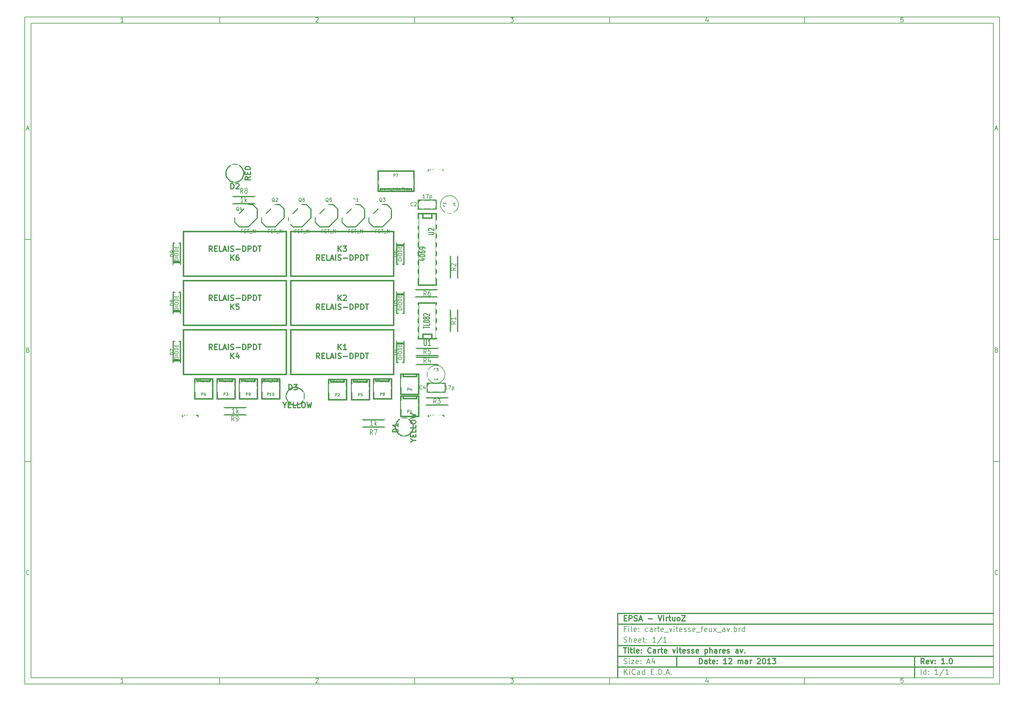
<source format=gto>
G04 (created by PCBNEW-RS274X (2012-01-19 BZR 3256)-stable) date 12/03/2013 15:28:24*
G01*
G70*
G90*
%MOIN*%
G04 Gerber Fmt 3.4, Leading zero omitted, Abs format*
%FSLAX34Y34*%
G04 APERTURE LIST*
%ADD10C,0.006000*%
%ADD11C,0.012000*%
%ADD12C,0.005000*%
%ADD13C,0.015000*%
%ADD14C,0.008000*%
%ADD15C,0.011300*%
%ADD16C,0.010000*%
%ADD17C,0.095000*%
%ADD18R,0.095000X0.095000*%
%ADD19R,0.110000X0.082000*%
%ADD20O,0.110000X0.082000*%
%ADD21C,0.295600*%
%ADD22R,0.110000X0.110000*%
%ADD23C,0.110000*%
%ADD24R,0.075000X0.075000*%
%ADD25C,0.075000*%
%ADD26R,0.105000X0.105000*%
%ADD27C,0.105000*%
G04 APERTURE END LIST*
G54D10*
X04000Y-04000D02*
X113000Y-04000D01*
X113000Y-78670D01*
X04000Y-78670D01*
X04000Y-04000D01*
X04700Y-04700D02*
X112300Y-04700D01*
X112300Y-77970D01*
X04700Y-77970D01*
X04700Y-04700D01*
X25800Y-04000D02*
X25800Y-04700D01*
X15043Y-04552D02*
X14757Y-04552D01*
X14900Y-04552D02*
X14900Y-04052D01*
X14852Y-04124D01*
X14805Y-04171D01*
X14757Y-04195D01*
X25800Y-78670D02*
X25800Y-77970D01*
X15043Y-78522D02*
X14757Y-78522D01*
X14900Y-78522D02*
X14900Y-78022D01*
X14852Y-78094D01*
X14805Y-78141D01*
X14757Y-78165D01*
X47600Y-04000D02*
X47600Y-04700D01*
X36557Y-04100D02*
X36581Y-04076D01*
X36629Y-04052D01*
X36748Y-04052D01*
X36795Y-04076D01*
X36819Y-04100D01*
X36843Y-04148D01*
X36843Y-04195D01*
X36819Y-04267D01*
X36533Y-04552D01*
X36843Y-04552D01*
X47600Y-78670D02*
X47600Y-77970D01*
X36557Y-78070D02*
X36581Y-78046D01*
X36629Y-78022D01*
X36748Y-78022D01*
X36795Y-78046D01*
X36819Y-78070D01*
X36843Y-78118D01*
X36843Y-78165D01*
X36819Y-78237D01*
X36533Y-78522D01*
X36843Y-78522D01*
X69400Y-04000D02*
X69400Y-04700D01*
X58333Y-04052D02*
X58643Y-04052D01*
X58476Y-04243D01*
X58548Y-04243D01*
X58595Y-04267D01*
X58619Y-04290D01*
X58643Y-04338D01*
X58643Y-04457D01*
X58619Y-04505D01*
X58595Y-04529D01*
X58548Y-04552D01*
X58405Y-04552D01*
X58357Y-04529D01*
X58333Y-04505D01*
X69400Y-78670D02*
X69400Y-77970D01*
X58333Y-78022D02*
X58643Y-78022D01*
X58476Y-78213D01*
X58548Y-78213D01*
X58595Y-78237D01*
X58619Y-78260D01*
X58643Y-78308D01*
X58643Y-78427D01*
X58619Y-78475D01*
X58595Y-78499D01*
X58548Y-78522D01*
X58405Y-78522D01*
X58357Y-78499D01*
X58333Y-78475D01*
X91200Y-04000D02*
X91200Y-04700D01*
X80395Y-04219D02*
X80395Y-04552D01*
X80276Y-04029D02*
X80157Y-04386D01*
X80467Y-04386D01*
X91200Y-78670D02*
X91200Y-77970D01*
X80395Y-78189D02*
X80395Y-78522D01*
X80276Y-77999D02*
X80157Y-78356D01*
X80467Y-78356D01*
X102219Y-04052D02*
X101981Y-04052D01*
X101957Y-04290D01*
X101981Y-04267D01*
X102029Y-04243D01*
X102148Y-04243D01*
X102195Y-04267D01*
X102219Y-04290D01*
X102243Y-04338D01*
X102243Y-04457D01*
X102219Y-04505D01*
X102195Y-04529D01*
X102148Y-04552D01*
X102029Y-04552D01*
X101981Y-04529D01*
X101957Y-04505D01*
X102219Y-78022D02*
X101981Y-78022D01*
X101957Y-78260D01*
X101981Y-78237D01*
X102029Y-78213D01*
X102148Y-78213D01*
X102195Y-78237D01*
X102219Y-78260D01*
X102243Y-78308D01*
X102243Y-78427D01*
X102219Y-78475D01*
X102195Y-78499D01*
X102148Y-78522D01*
X102029Y-78522D01*
X101981Y-78499D01*
X101957Y-78475D01*
X04000Y-28890D02*
X04700Y-28890D01*
X04231Y-16510D02*
X04469Y-16510D01*
X04184Y-16652D02*
X04350Y-16152D01*
X04517Y-16652D01*
X113000Y-28890D02*
X112300Y-28890D01*
X112531Y-16510D02*
X112769Y-16510D01*
X112484Y-16652D02*
X112650Y-16152D01*
X112817Y-16652D01*
X04000Y-53780D02*
X04700Y-53780D01*
X04386Y-41280D02*
X04457Y-41304D01*
X04481Y-41328D01*
X04505Y-41376D01*
X04505Y-41447D01*
X04481Y-41495D01*
X04457Y-41519D01*
X04410Y-41542D01*
X04219Y-41542D01*
X04219Y-41042D01*
X04386Y-41042D01*
X04433Y-41066D01*
X04457Y-41090D01*
X04481Y-41138D01*
X04481Y-41185D01*
X04457Y-41233D01*
X04433Y-41257D01*
X04386Y-41280D01*
X04219Y-41280D01*
X113000Y-53780D02*
X112300Y-53780D01*
X112686Y-41280D02*
X112757Y-41304D01*
X112781Y-41328D01*
X112805Y-41376D01*
X112805Y-41447D01*
X112781Y-41495D01*
X112757Y-41519D01*
X112710Y-41542D01*
X112519Y-41542D01*
X112519Y-41042D01*
X112686Y-41042D01*
X112733Y-41066D01*
X112757Y-41090D01*
X112781Y-41138D01*
X112781Y-41185D01*
X112757Y-41233D01*
X112733Y-41257D01*
X112686Y-41280D01*
X112519Y-41280D01*
X04505Y-66385D02*
X04481Y-66409D01*
X04410Y-66432D01*
X04362Y-66432D01*
X04290Y-66409D01*
X04243Y-66361D01*
X04219Y-66313D01*
X04195Y-66218D01*
X04195Y-66147D01*
X04219Y-66051D01*
X04243Y-66004D01*
X04290Y-65956D01*
X04362Y-65932D01*
X04410Y-65932D01*
X04481Y-65956D01*
X04505Y-65980D01*
X112805Y-66385D02*
X112781Y-66409D01*
X112710Y-66432D01*
X112662Y-66432D01*
X112590Y-66409D01*
X112543Y-66361D01*
X112519Y-66313D01*
X112495Y-66218D01*
X112495Y-66147D01*
X112519Y-66051D01*
X112543Y-66004D01*
X112590Y-65956D01*
X112662Y-65932D01*
X112710Y-65932D01*
X112781Y-65956D01*
X112805Y-65980D01*
G54D11*
X79443Y-76413D02*
X79443Y-75813D01*
X79586Y-75813D01*
X79671Y-75841D01*
X79729Y-75899D01*
X79757Y-75956D01*
X79786Y-76070D01*
X79786Y-76156D01*
X79757Y-76270D01*
X79729Y-76327D01*
X79671Y-76384D01*
X79586Y-76413D01*
X79443Y-76413D01*
X80300Y-76413D02*
X80300Y-76099D01*
X80271Y-76041D01*
X80214Y-76013D01*
X80100Y-76013D01*
X80043Y-76041D01*
X80300Y-76384D02*
X80243Y-76413D01*
X80100Y-76413D01*
X80043Y-76384D01*
X80014Y-76327D01*
X80014Y-76270D01*
X80043Y-76213D01*
X80100Y-76184D01*
X80243Y-76184D01*
X80300Y-76156D01*
X80500Y-76013D02*
X80729Y-76013D01*
X80586Y-75813D02*
X80586Y-76327D01*
X80614Y-76384D01*
X80672Y-76413D01*
X80729Y-76413D01*
X81157Y-76384D02*
X81100Y-76413D01*
X80986Y-76413D01*
X80929Y-76384D01*
X80900Y-76327D01*
X80900Y-76099D01*
X80929Y-76041D01*
X80986Y-76013D01*
X81100Y-76013D01*
X81157Y-76041D01*
X81186Y-76099D01*
X81186Y-76156D01*
X80900Y-76213D01*
X81443Y-76356D02*
X81471Y-76384D01*
X81443Y-76413D01*
X81414Y-76384D01*
X81443Y-76356D01*
X81443Y-76413D01*
X81443Y-76041D02*
X81471Y-76070D01*
X81443Y-76099D01*
X81414Y-76070D01*
X81443Y-76041D01*
X81443Y-76099D01*
X82500Y-76413D02*
X82157Y-76413D01*
X82329Y-76413D02*
X82329Y-75813D01*
X82272Y-75899D01*
X82214Y-75956D01*
X82157Y-75984D01*
X82728Y-75870D02*
X82757Y-75841D01*
X82814Y-75813D01*
X82957Y-75813D01*
X83014Y-75841D01*
X83043Y-75870D01*
X83071Y-75927D01*
X83071Y-75984D01*
X83043Y-76070D01*
X82700Y-76413D01*
X83071Y-76413D01*
X83785Y-76413D02*
X83785Y-76013D01*
X83785Y-76070D02*
X83813Y-76041D01*
X83871Y-76013D01*
X83956Y-76013D01*
X84013Y-76041D01*
X84042Y-76099D01*
X84042Y-76413D01*
X84042Y-76099D02*
X84071Y-76041D01*
X84128Y-76013D01*
X84213Y-76013D01*
X84271Y-76041D01*
X84299Y-76099D01*
X84299Y-76413D01*
X84842Y-76413D02*
X84842Y-76099D01*
X84813Y-76041D01*
X84756Y-76013D01*
X84642Y-76013D01*
X84585Y-76041D01*
X84842Y-76384D02*
X84785Y-76413D01*
X84642Y-76413D01*
X84585Y-76384D01*
X84556Y-76327D01*
X84556Y-76270D01*
X84585Y-76213D01*
X84642Y-76184D01*
X84785Y-76184D01*
X84842Y-76156D01*
X85128Y-76413D02*
X85128Y-76013D01*
X85128Y-76127D02*
X85156Y-76070D01*
X85185Y-76041D01*
X85242Y-76013D01*
X85299Y-76013D01*
X85927Y-75870D02*
X85956Y-75841D01*
X86013Y-75813D01*
X86156Y-75813D01*
X86213Y-75841D01*
X86242Y-75870D01*
X86270Y-75927D01*
X86270Y-75984D01*
X86242Y-76070D01*
X85899Y-76413D01*
X86270Y-76413D01*
X86641Y-75813D02*
X86698Y-75813D01*
X86755Y-75841D01*
X86784Y-75870D01*
X86813Y-75927D01*
X86841Y-76041D01*
X86841Y-76184D01*
X86813Y-76299D01*
X86784Y-76356D01*
X86755Y-76384D01*
X86698Y-76413D01*
X86641Y-76413D01*
X86584Y-76384D01*
X86555Y-76356D01*
X86527Y-76299D01*
X86498Y-76184D01*
X86498Y-76041D01*
X86527Y-75927D01*
X86555Y-75870D01*
X86584Y-75841D01*
X86641Y-75813D01*
X87412Y-76413D02*
X87069Y-76413D01*
X87241Y-76413D02*
X87241Y-75813D01*
X87184Y-75899D01*
X87126Y-75956D01*
X87069Y-75984D01*
X87612Y-75813D02*
X87983Y-75813D01*
X87783Y-76041D01*
X87869Y-76041D01*
X87926Y-76070D01*
X87955Y-76099D01*
X87983Y-76156D01*
X87983Y-76299D01*
X87955Y-76356D01*
X87926Y-76384D01*
X87869Y-76413D01*
X87697Y-76413D01*
X87640Y-76384D01*
X87612Y-76356D01*
G54D10*
X71043Y-77613D02*
X71043Y-77013D01*
X71386Y-77613D02*
X71129Y-77270D01*
X71386Y-77013D02*
X71043Y-77356D01*
X71643Y-77613D02*
X71643Y-77213D01*
X71643Y-77013D02*
X71614Y-77041D01*
X71643Y-77070D01*
X71671Y-77041D01*
X71643Y-77013D01*
X71643Y-77070D01*
X72272Y-77556D02*
X72243Y-77584D01*
X72157Y-77613D01*
X72100Y-77613D01*
X72015Y-77584D01*
X71957Y-77527D01*
X71929Y-77470D01*
X71900Y-77356D01*
X71900Y-77270D01*
X71929Y-77156D01*
X71957Y-77099D01*
X72015Y-77041D01*
X72100Y-77013D01*
X72157Y-77013D01*
X72243Y-77041D01*
X72272Y-77070D01*
X72786Y-77613D02*
X72786Y-77299D01*
X72757Y-77241D01*
X72700Y-77213D01*
X72586Y-77213D01*
X72529Y-77241D01*
X72786Y-77584D02*
X72729Y-77613D01*
X72586Y-77613D01*
X72529Y-77584D01*
X72500Y-77527D01*
X72500Y-77470D01*
X72529Y-77413D01*
X72586Y-77384D01*
X72729Y-77384D01*
X72786Y-77356D01*
X73329Y-77613D02*
X73329Y-77013D01*
X73329Y-77584D02*
X73272Y-77613D01*
X73158Y-77613D01*
X73100Y-77584D01*
X73072Y-77556D01*
X73043Y-77499D01*
X73043Y-77327D01*
X73072Y-77270D01*
X73100Y-77241D01*
X73158Y-77213D01*
X73272Y-77213D01*
X73329Y-77241D01*
X74072Y-77299D02*
X74272Y-77299D01*
X74358Y-77613D02*
X74072Y-77613D01*
X74072Y-77013D01*
X74358Y-77013D01*
X74615Y-77556D02*
X74643Y-77584D01*
X74615Y-77613D01*
X74586Y-77584D01*
X74615Y-77556D01*
X74615Y-77613D01*
X74901Y-77613D02*
X74901Y-77013D01*
X75044Y-77013D01*
X75129Y-77041D01*
X75187Y-77099D01*
X75215Y-77156D01*
X75244Y-77270D01*
X75244Y-77356D01*
X75215Y-77470D01*
X75187Y-77527D01*
X75129Y-77584D01*
X75044Y-77613D01*
X74901Y-77613D01*
X75501Y-77556D02*
X75529Y-77584D01*
X75501Y-77613D01*
X75472Y-77584D01*
X75501Y-77556D01*
X75501Y-77613D01*
X75758Y-77441D02*
X76044Y-77441D01*
X75701Y-77613D02*
X75901Y-77013D01*
X76101Y-77613D01*
X76301Y-77556D02*
X76329Y-77584D01*
X76301Y-77613D01*
X76272Y-77584D01*
X76301Y-77556D01*
X76301Y-77613D01*
G54D11*
X104586Y-76413D02*
X104386Y-76127D01*
X104243Y-76413D02*
X104243Y-75813D01*
X104471Y-75813D01*
X104529Y-75841D01*
X104557Y-75870D01*
X104586Y-75927D01*
X104586Y-76013D01*
X104557Y-76070D01*
X104529Y-76099D01*
X104471Y-76127D01*
X104243Y-76127D01*
X105071Y-76384D02*
X105014Y-76413D01*
X104900Y-76413D01*
X104843Y-76384D01*
X104814Y-76327D01*
X104814Y-76099D01*
X104843Y-76041D01*
X104900Y-76013D01*
X105014Y-76013D01*
X105071Y-76041D01*
X105100Y-76099D01*
X105100Y-76156D01*
X104814Y-76213D01*
X105300Y-76013D02*
X105443Y-76413D01*
X105585Y-76013D01*
X105814Y-76356D02*
X105842Y-76384D01*
X105814Y-76413D01*
X105785Y-76384D01*
X105814Y-76356D01*
X105814Y-76413D01*
X105814Y-76041D02*
X105842Y-76070D01*
X105814Y-76099D01*
X105785Y-76070D01*
X105814Y-76041D01*
X105814Y-76099D01*
X106871Y-76413D02*
X106528Y-76413D01*
X106700Y-76413D02*
X106700Y-75813D01*
X106643Y-75899D01*
X106585Y-75956D01*
X106528Y-75984D01*
X107128Y-76356D02*
X107156Y-76384D01*
X107128Y-76413D01*
X107099Y-76384D01*
X107128Y-76356D01*
X107128Y-76413D01*
X107528Y-75813D02*
X107585Y-75813D01*
X107642Y-75841D01*
X107671Y-75870D01*
X107700Y-75927D01*
X107728Y-76041D01*
X107728Y-76184D01*
X107700Y-76299D01*
X107671Y-76356D01*
X107642Y-76384D01*
X107585Y-76413D01*
X107528Y-76413D01*
X107471Y-76384D01*
X107442Y-76356D01*
X107414Y-76299D01*
X107385Y-76184D01*
X107385Y-76041D01*
X107414Y-75927D01*
X107442Y-75870D01*
X107471Y-75841D01*
X107528Y-75813D01*
G54D10*
X71014Y-76384D02*
X71100Y-76413D01*
X71243Y-76413D01*
X71300Y-76384D01*
X71329Y-76356D01*
X71357Y-76299D01*
X71357Y-76241D01*
X71329Y-76184D01*
X71300Y-76156D01*
X71243Y-76127D01*
X71129Y-76099D01*
X71071Y-76070D01*
X71043Y-76041D01*
X71014Y-75984D01*
X71014Y-75927D01*
X71043Y-75870D01*
X71071Y-75841D01*
X71129Y-75813D01*
X71271Y-75813D01*
X71357Y-75841D01*
X71614Y-76413D02*
X71614Y-76013D01*
X71614Y-75813D02*
X71585Y-75841D01*
X71614Y-75870D01*
X71642Y-75841D01*
X71614Y-75813D01*
X71614Y-75870D01*
X71843Y-76013D02*
X72157Y-76013D01*
X71843Y-76413D01*
X72157Y-76413D01*
X72614Y-76384D02*
X72557Y-76413D01*
X72443Y-76413D01*
X72386Y-76384D01*
X72357Y-76327D01*
X72357Y-76099D01*
X72386Y-76041D01*
X72443Y-76013D01*
X72557Y-76013D01*
X72614Y-76041D01*
X72643Y-76099D01*
X72643Y-76156D01*
X72357Y-76213D01*
X72900Y-76356D02*
X72928Y-76384D01*
X72900Y-76413D01*
X72871Y-76384D01*
X72900Y-76356D01*
X72900Y-76413D01*
X72900Y-76041D02*
X72928Y-76070D01*
X72900Y-76099D01*
X72871Y-76070D01*
X72900Y-76041D01*
X72900Y-76099D01*
X73614Y-76241D02*
X73900Y-76241D01*
X73557Y-76413D02*
X73757Y-75813D01*
X73957Y-76413D01*
X74414Y-76013D02*
X74414Y-76413D01*
X74271Y-75784D02*
X74128Y-76213D01*
X74500Y-76213D01*
X104243Y-77613D02*
X104243Y-77013D01*
X104786Y-77613D02*
X104786Y-77013D01*
X104786Y-77584D02*
X104729Y-77613D01*
X104615Y-77613D01*
X104557Y-77584D01*
X104529Y-77556D01*
X104500Y-77499D01*
X104500Y-77327D01*
X104529Y-77270D01*
X104557Y-77241D01*
X104615Y-77213D01*
X104729Y-77213D01*
X104786Y-77241D01*
X105072Y-77556D02*
X105100Y-77584D01*
X105072Y-77613D01*
X105043Y-77584D01*
X105072Y-77556D01*
X105072Y-77613D01*
X105072Y-77241D02*
X105100Y-77270D01*
X105072Y-77299D01*
X105043Y-77270D01*
X105072Y-77241D01*
X105072Y-77299D01*
X106129Y-77613D02*
X105786Y-77613D01*
X105958Y-77613D02*
X105958Y-77013D01*
X105901Y-77099D01*
X105843Y-77156D01*
X105786Y-77184D01*
X106814Y-76984D02*
X106300Y-77756D01*
X107329Y-77613D02*
X106986Y-77613D01*
X107158Y-77613D02*
X107158Y-77013D01*
X107101Y-77099D01*
X107043Y-77156D01*
X106986Y-77184D01*
G54D11*
X70957Y-74613D02*
X71300Y-74613D01*
X71129Y-75213D02*
X71129Y-74613D01*
X71500Y-75213D02*
X71500Y-74813D01*
X71500Y-74613D02*
X71471Y-74641D01*
X71500Y-74670D01*
X71528Y-74641D01*
X71500Y-74613D01*
X71500Y-74670D01*
X71700Y-74813D02*
X71929Y-74813D01*
X71786Y-74613D02*
X71786Y-75127D01*
X71814Y-75184D01*
X71872Y-75213D01*
X71929Y-75213D01*
X72215Y-75213D02*
X72157Y-75184D01*
X72129Y-75127D01*
X72129Y-74613D01*
X72671Y-75184D02*
X72614Y-75213D01*
X72500Y-75213D01*
X72443Y-75184D01*
X72414Y-75127D01*
X72414Y-74899D01*
X72443Y-74841D01*
X72500Y-74813D01*
X72614Y-74813D01*
X72671Y-74841D01*
X72700Y-74899D01*
X72700Y-74956D01*
X72414Y-75013D01*
X72957Y-75156D02*
X72985Y-75184D01*
X72957Y-75213D01*
X72928Y-75184D01*
X72957Y-75156D01*
X72957Y-75213D01*
X72957Y-74841D02*
X72985Y-74870D01*
X72957Y-74899D01*
X72928Y-74870D01*
X72957Y-74841D01*
X72957Y-74899D01*
X74043Y-75156D02*
X74014Y-75184D01*
X73928Y-75213D01*
X73871Y-75213D01*
X73786Y-75184D01*
X73728Y-75127D01*
X73700Y-75070D01*
X73671Y-74956D01*
X73671Y-74870D01*
X73700Y-74756D01*
X73728Y-74699D01*
X73786Y-74641D01*
X73871Y-74613D01*
X73928Y-74613D01*
X74014Y-74641D01*
X74043Y-74670D01*
X74557Y-75213D02*
X74557Y-74899D01*
X74528Y-74841D01*
X74471Y-74813D01*
X74357Y-74813D01*
X74300Y-74841D01*
X74557Y-75184D02*
X74500Y-75213D01*
X74357Y-75213D01*
X74300Y-75184D01*
X74271Y-75127D01*
X74271Y-75070D01*
X74300Y-75013D01*
X74357Y-74984D01*
X74500Y-74984D01*
X74557Y-74956D01*
X74843Y-75213D02*
X74843Y-74813D01*
X74843Y-74927D02*
X74871Y-74870D01*
X74900Y-74841D01*
X74957Y-74813D01*
X75014Y-74813D01*
X75128Y-74813D02*
X75357Y-74813D01*
X75214Y-74613D02*
X75214Y-75127D01*
X75242Y-75184D01*
X75300Y-75213D01*
X75357Y-75213D01*
X75785Y-75184D02*
X75728Y-75213D01*
X75614Y-75213D01*
X75557Y-75184D01*
X75528Y-75127D01*
X75528Y-74899D01*
X75557Y-74841D01*
X75614Y-74813D01*
X75728Y-74813D01*
X75785Y-74841D01*
X75814Y-74899D01*
X75814Y-74956D01*
X75528Y-75013D01*
X76471Y-74813D02*
X76614Y-75213D01*
X76756Y-74813D01*
X76985Y-75213D02*
X76985Y-74813D01*
X76985Y-74613D02*
X76956Y-74641D01*
X76985Y-74670D01*
X77013Y-74641D01*
X76985Y-74613D01*
X76985Y-74670D01*
X77185Y-74813D02*
X77414Y-74813D01*
X77271Y-74613D02*
X77271Y-75127D01*
X77299Y-75184D01*
X77357Y-75213D01*
X77414Y-75213D01*
X77842Y-75184D02*
X77785Y-75213D01*
X77671Y-75213D01*
X77614Y-75184D01*
X77585Y-75127D01*
X77585Y-74899D01*
X77614Y-74841D01*
X77671Y-74813D01*
X77785Y-74813D01*
X77842Y-74841D01*
X77871Y-74899D01*
X77871Y-74956D01*
X77585Y-75013D01*
X78099Y-75184D02*
X78156Y-75213D01*
X78271Y-75213D01*
X78328Y-75184D01*
X78356Y-75127D01*
X78356Y-75099D01*
X78328Y-75041D01*
X78271Y-75013D01*
X78185Y-75013D01*
X78128Y-74984D01*
X78099Y-74927D01*
X78099Y-74899D01*
X78128Y-74841D01*
X78185Y-74813D01*
X78271Y-74813D01*
X78328Y-74841D01*
X78585Y-75184D02*
X78642Y-75213D01*
X78757Y-75213D01*
X78814Y-75184D01*
X78842Y-75127D01*
X78842Y-75099D01*
X78814Y-75041D01*
X78757Y-75013D01*
X78671Y-75013D01*
X78614Y-74984D01*
X78585Y-74927D01*
X78585Y-74899D01*
X78614Y-74841D01*
X78671Y-74813D01*
X78757Y-74813D01*
X78814Y-74841D01*
X79328Y-75184D02*
X79271Y-75213D01*
X79157Y-75213D01*
X79100Y-75184D01*
X79071Y-75127D01*
X79071Y-74899D01*
X79100Y-74841D01*
X79157Y-74813D01*
X79271Y-74813D01*
X79328Y-74841D01*
X79357Y-74899D01*
X79357Y-74956D01*
X79071Y-75013D01*
X80071Y-74813D02*
X80071Y-75413D01*
X80071Y-74841D02*
X80128Y-74813D01*
X80242Y-74813D01*
X80299Y-74841D01*
X80328Y-74870D01*
X80357Y-74927D01*
X80357Y-75099D01*
X80328Y-75156D01*
X80299Y-75184D01*
X80242Y-75213D01*
X80128Y-75213D01*
X80071Y-75184D01*
X80614Y-75213D02*
X80614Y-74613D01*
X80871Y-75213D02*
X80871Y-74899D01*
X80842Y-74841D01*
X80785Y-74813D01*
X80700Y-74813D01*
X80642Y-74841D01*
X80614Y-74870D01*
X81414Y-75213D02*
X81414Y-74899D01*
X81385Y-74841D01*
X81328Y-74813D01*
X81214Y-74813D01*
X81157Y-74841D01*
X81414Y-75184D02*
X81357Y-75213D01*
X81214Y-75213D01*
X81157Y-75184D01*
X81128Y-75127D01*
X81128Y-75070D01*
X81157Y-75013D01*
X81214Y-74984D01*
X81357Y-74984D01*
X81414Y-74956D01*
X81700Y-75213D02*
X81700Y-74813D01*
X81700Y-74927D02*
X81728Y-74870D01*
X81757Y-74841D01*
X81814Y-74813D01*
X81871Y-74813D01*
X82299Y-75184D02*
X82242Y-75213D01*
X82128Y-75213D01*
X82071Y-75184D01*
X82042Y-75127D01*
X82042Y-74899D01*
X82071Y-74841D01*
X82128Y-74813D01*
X82242Y-74813D01*
X82299Y-74841D01*
X82328Y-74899D01*
X82328Y-74956D01*
X82042Y-75013D01*
X82556Y-75184D02*
X82613Y-75213D01*
X82728Y-75213D01*
X82785Y-75184D01*
X82813Y-75127D01*
X82813Y-75099D01*
X82785Y-75041D01*
X82728Y-75013D01*
X82642Y-75013D01*
X82585Y-74984D01*
X82556Y-74927D01*
X82556Y-74899D01*
X82585Y-74841D01*
X82642Y-74813D01*
X82728Y-74813D01*
X82785Y-74841D01*
X83785Y-75213D02*
X83785Y-74899D01*
X83756Y-74841D01*
X83699Y-74813D01*
X83585Y-74813D01*
X83528Y-74841D01*
X83785Y-75184D02*
X83728Y-75213D01*
X83585Y-75213D01*
X83528Y-75184D01*
X83499Y-75127D01*
X83499Y-75070D01*
X83528Y-75013D01*
X83585Y-74984D01*
X83728Y-74984D01*
X83785Y-74956D01*
X84014Y-74813D02*
X84157Y-75213D01*
X84299Y-74813D01*
X84528Y-75156D02*
X84556Y-75184D01*
X84528Y-75213D01*
X84499Y-75184D01*
X84528Y-75156D01*
X84528Y-75213D01*
G54D10*
X71243Y-72499D02*
X71043Y-72499D01*
X71043Y-72813D02*
X71043Y-72213D01*
X71329Y-72213D01*
X71557Y-72813D02*
X71557Y-72413D01*
X71557Y-72213D02*
X71528Y-72241D01*
X71557Y-72270D01*
X71585Y-72241D01*
X71557Y-72213D01*
X71557Y-72270D01*
X71929Y-72813D02*
X71871Y-72784D01*
X71843Y-72727D01*
X71843Y-72213D01*
X72385Y-72784D02*
X72328Y-72813D01*
X72214Y-72813D01*
X72157Y-72784D01*
X72128Y-72727D01*
X72128Y-72499D01*
X72157Y-72441D01*
X72214Y-72413D01*
X72328Y-72413D01*
X72385Y-72441D01*
X72414Y-72499D01*
X72414Y-72556D01*
X72128Y-72613D01*
X72671Y-72756D02*
X72699Y-72784D01*
X72671Y-72813D01*
X72642Y-72784D01*
X72671Y-72756D01*
X72671Y-72813D01*
X72671Y-72441D02*
X72699Y-72470D01*
X72671Y-72499D01*
X72642Y-72470D01*
X72671Y-72441D01*
X72671Y-72499D01*
X73671Y-72784D02*
X73614Y-72813D01*
X73500Y-72813D01*
X73442Y-72784D01*
X73414Y-72756D01*
X73385Y-72699D01*
X73385Y-72527D01*
X73414Y-72470D01*
X73442Y-72441D01*
X73500Y-72413D01*
X73614Y-72413D01*
X73671Y-72441D01*
X74185Y-72813D02*
X74185Y-72499D01*
X74156Y-72441D01*
X74099Y-72413D01*
X73985Y-72413D01*
X73928Y-72441D01*
X74185Y-72784D02*
X74128Y-72813D01*
X73985Y-72813D01*
X73928Y-72784D01*
X73899Y-72727D01*
X73899Y-72670D01*
X73928Y-72613D01*
X73985Y-72584D01*
X74128Y-72584D01*
X74185Y-72556D01*
X74471Y-72813D02*
X74471Y-72413D01*
X74471Y-72527D02*
X74499Y-72470D01*
X74528Y-72441D01*
X74585Y-72413D01*
X74642Y-72413D01*
X74756Y-72413D02*
X74985Y-72413D01*
X74842Y-72213D02*
X74842Y-72727D01*
X74870Y-72784D01*
X74928Y-72813D01*
X74985Y-72813D01*
X75413Y-72784D02*
X75356Y-72813D01*
X75242Y-72813D01*
X75185Y-72784D01*
X75156Y-72727D01*
X75156Y-72499D01*
X75185Y-72441D01*
X75242Y-72413D01*
X75356Y-72413D01*
X75413Y-72441D01*
X75442Y-72499D01*
X75442Y-72556D01*
X75156Y-72613D01*
X75556Y-72870D02*
X76013Y-72870D01*
X76099Y-72413D02*
X76242Y-72813D01*
X76384Y-72413D01*
X76613Y-72813D02*
X76613Y-72413D01*
X76613Y-72213D02*
X76584Y-72241D01*
X76613Y-72270D01*
X76641Y-72241D01*
X76613Y-72213D01*
X76613Y-72270D01*
X76813Y-72413D02*
X77042Y-72413D01*
X76899Y-72213D02*
X76899Y-72727D01*
X76927Y-72784D01*
X76985Y-72813D01*
X77042Y-72813D01*
X77470Y-72784D02*
X77413Y-72813D01*
X77299Y-72813D01*
X77242Y-72784D01*
X77213Y-72727D01*
X77213Y-72499D01*
X77242Y-72441D01*
X77299Y-72413D01*
X77413Y-72413D01*
X77470Y-72441D01*
X77499Y-72499D01*
X77499Y-72556D01*
X77213Y-72613D01*
X77727Y-72784D02*
X77784Y-72813D01*
X77899Y-72813D01*
X77956Y-72784D01*
X77984Y-72727D01*
X77984Y-72699D01*
X77956Y-72641D01*
X77899Y-72613D01*
X77813Y-72613D01*
X77756Y-72584D01*
X77727Y-72527D01*
X77727Y-72499D01*
X77756Y-72441D01*
X77813Y-72413D01*
X77899Y-72413D01*
X77956Y-72441D01*
X78213Y-72784D02*
X78270Y-72813D01*
X78385Y-72813D01*
X78442Y-72784D01*
X78470Y-72727D01*
X78470Y-72699D01*
X78442Y-72641D01*
X78385Y-72613D01*
X78299Y-72613D01*
X78242Y-72584D01*
X78213Y-72527D01*
X78213Y-72499D01*
X78242Y-72441D01*
X78299Y-72413D01*
X78385Y-72413D01*
X78442Y-72441D01*
X78956Y-72784D02*
X78899Y-72813D01*
X78785Y-72813D01*
X78728Y-72784D01*
X78699Y-72727D01*
X78699Y-72499D01*
X78728Y-72441D01*
X78785Y-72413D01*
X78899Y-72413D01*
X78956Y-72441D01*
X78985Y-72499D01*
X78985Y-72556D01*
X78699Y-72613D01*
X79099Y-72870D02*
X79556Y-72870D01*
X79613Y-72413D02*
X79842Y-72413D01*
X79699Y-72813D02*
X79699Y-72299D01*
X79727Y-72241D01*
X79785Y-72213D01*
X79842Y-72213D01*
X80270Y-72784D02*
X80213Y-72813D01*
X80099Y-72813D01*
X80042Y-72784D01*
X80013Y-72727D01*
X80013Y-72499D01*
X80042Y-72441D01*
X80099Y-72413D01*
X80213Y-72413D01*
X80270Y-72441D01*
X80299Y-72499D01*
X80299Y-72556D01*
X80013Y-72613D01*
X80813Y-72413D02*
X80813Y-72813D01*
X80556Y-72413D02*
X80556Y-72727D01*
X80584Y-72784D01*
X80642Y-72813D01*
X80727Y-72813D01*
X80784Y-72784D01*
X80813Y-72756D01*
X81042Y-72813D02*
X81356Y-72413D01*
X81042Y-72413D02*
X81356Y-72813D01*
X81442Y-72870D02*
X81899Y-72870D01*
X82299Y-72813D02*
X82299Y-72499D01*
X82270Y-72441D01*
X82213Y-72413D01*
X82099Y-72413D01*
X82042Y-72441D01*
X82299Y-72784D02*
X82242Y-72813D01*
X82099Y-72813D01*
X82042Y-72784D01*
X82013Y-72727D01*
X82013Y-72670D01*
X82042Y-72613D01*
X82099Y-72584D01*
X82242Y-72584D01*
X82299Y-72556D01*
X82528Y-72413D02*
X82671Y-72813D01*
X82813Y-72413D01*
X83042Y-72756D02*
X83070Y-72784D01*
X83042Y-72813D01*
X83013Y-72784D01*
X83042Y-72756D01*
X83042Y-72813D01*
X83328Y-72813D02*
X83328Y-72213D01*
X83328Y-72441D02*
X83385Y-72413D01*
X83499Y-72413D01*
X83556Y-72441D01*
X83585Y-72470D01*
X83614Y-72527D01*
X83614Y-72699D01*
X83585Y-72756D01*
X83556Y-72784D01*
X83499Y-72813D01*
X83385Y-72813D01*
X83328Y-72784D01*
X83871Y-72813D02*
X83871Y-72413D01*
X83871Y-72527D02*
X83899Y-72470D01*
X83928Y-72441D01*
X83985Y-72413D01*
X84042Y-72413D01*
X84499Y-72813D02*
X84499Y-72213D01*
X84499Y-72784D02*
X84442Y-72813D01*
X84328Y-72813D01*
X84270Y-72784D01*
X84242Y-72756D01*
X84213Y-72699D01*
X84213Y-72527D01*
X84242Y-72470D01*
X84270Y-72441D01*
X84328Y-72413D01*
X84442Y-72413D01*
X84499Y-72441D01*
X71014Y-73984D02*
X71100Y-74013D01*
X71243Y-74013D01*
X71300Y-73984D01*
X71329Y-73956D01*
X71357Y-73899D01*
X71357Y-73841D01*
X71329Y-73784D01*
X71300Y-73756D01*
X71243Y-73727D01*
X71129Y-73699D01*
X71071Y-73670D01*
X71043Y-73641D01*
X71014Y-73584D01*
X71014Y-73527D01*
X71043Y-73470D01*
X71071Y-73441D01*
X71129Y-73413D01*
X71271Y-73413D01*
X71357Y-73441D01*
X71614Y-74013D02*
X71614Y-73413D01*
X71871Y-74013D02*
X71871Y-73699D01*
X71842Y-73641D01*
X71785Y-73613D01*
X71700Y-73613D01*
X71642Y-73641D01*
X71614Y-73670D01*
X72385Y-73984D02*
X72328Y-74013D01*
X72214Y-74013D01*
X72157Y-73984D01*
X72128Y-73927D01*
X72128Y-73699D01*
X72157Y-73641D01*
X72214Y-73613D01*
X72328Y-73613D01*
X72385Y-73641D01*
X72414Y-73699D01*
X72414Y-73756D01*
X72128Y-73813D01*
X72899Y-73984D02*
X72842Y-74013D01*
X72728Y-74013D01*
X72671Y-73984D01*
X72642Y-73927D01*
X72642Y-73699D01*
X72671Y-73641D01*
X72728Y-73613D01*
X72842Y-73613D01*
X72899Y-73641D01*
X72928Y-73699D01*
X72928Y-73756D01*
X72642Y-73813D01*
X73099Y-73613D02*
X73328Y-73613D01*
X73185Y-73413D02*
X73185Y-73927D01*
X73213Y-73984D01*
X73271Y-74013D01*
X73328Y-74013D01*
X73528Y-73956D02*
X73556Y-73984D01*
X73528Y-74013D01*
X73499Y-73984D01*
X73528Y-73956D01*
X73528Y-74013D01*
X73528Y-73641D02*
X73556Y-73670D01*
X73528Y-73699D01*
X73499Y-73670D01*
X73528Y-73641D01*
X73528Y-73699D01*
X74585Y-74013D02*
X74242Y-74013D01*
X74414Y-74013D02*
X74414Y-73413D01*
X74357Y-73499D01*
X74299Y-73556D01*
X74242Y-73584D01*
X75270Y-73384D02*
X74756Y-74156D01*
X75785Y-74013D02*
X75442Y-74013D01*
X75614Y-74013D02*
X75614Y-73413D01*
X75557Y-73499D01*
X75499Y-73556D01*
X75442Y-73584D01*
G54D11*
X71043Y-71299D02*
X71243Y-71299D01*
X71329Y-71613D02*
X71043Y-71613D01*
X71043Y-71013D01*
X71329Y-71013D01*
X71586Y-71613D02*
X71586Y-71013D01*
X71814Y-71013D01*
X71872Y-71041D01*
X71900Y-71070D01*
X71929Y-71127D01*
X71929Y-71213D01*
X71900Y-71270D01*
X71872Y-71299D01*
X71814Y-71327D01*
X71586Y-71327D01*
X72157Y-71584D02*
X72243Y-71613D01*
X72386Y-71613D01*
X72443Y-71584D01*
X72472Y-71556D01*
X72500Y-71499D01*
X72500Y-71441D01*
X72472Y-71384D01*
X72443Y-71356D01*
X72386Y-71327D01*
X72272Y-71299D01*
X72214Y-71270D01*
X72186Y-71241D01*
X72157Y-71184D01*
X72157Y-71127D01*
X72186Y-71070D01*
X72214Y-71041D01*
X72272Y-71013D01*
X72414Y-71013D01*
X72500Y-71041D01*
X72728Y-71441D02*
X73014Y-71441D01*
X72671Y-71613D02*
X72871Y-71013D01*
X73071Y-71613D01*
X73728Y-71384D02*
X74185Y-71384D01*
X74842Y-71013D02*
X75042Y-71613D01*
X75242Y-71013D01*
X75442Y-71613D02*
X75442Y-71213D01*
X75442Y-71013D02*
X75413Y-71041D01*
X75442Y-71070D01*
X75470Y-71041D01*
X75442Y-71013D01*
X75442Y-71070D01*
X75728Y-71613D02*
X75728Y-71213D01*
X75728Y-71327D02*
X75756Y-71270D01*
X75785Y-71241D01*
X75842Y-71213D01*
X75899Y-71213D01*
X76013Y-71213D02*
X76242Y-71213D01*
X76099Y-71013D02*
X76099Y-71527D01*
X76127Y-71584D01*
X76185Y-71613D01*
X76242Y-71613D01*
X76699Y-71213D02*
X76699Y-71613D01*
X76442Y-71213D02*
X76442Y-71527D01*
X76470Y-71584D01*
X76528Y-71613D01*
X76613Y-71613D01*
X76670Y-71584D01*
X76699Y-71556D01*
X77071Y-71613D02*
X77013Y-71584D01*
X76985Y-71556D01*
X76956Y-71499D01*
X76956Y-71327D01*
X76985Y-71270D01*
X77013Y-71241D01*
X77071Y-71213D01*
X77156Y-71213D01*
X77213Y-71241D01*
X77242Y-71270D01*
X77271Y-71327D01*
X77271Y-71499D01*
X77242Y-71556D01*
X77213Y-71584D01*
X77156Y-71613D01*
X77071Y-71613D01*
X77471Y-71013D02*
X77871Y-71013D01*
X77471Y-71613D01*
X77871Y-71613D01*
X70300Y-70770D02*
X70300Y-77970D01*
X70300Y-71970D02*
X112300Y-71970D01*
X70300Y-70770D02*
X112300Y-70770D01*
X70300Y-74370D02*
X112300Y-74370D01*
X103500Y-75570D02*
X103500Y-77970D01*
X70300Y-76770D02*
X112300Y-76770D01*
X70300Y-75570D02*
X112300Y-75570D01*
X76900Y-75570D02*
X76900Y-76770D01*
X48020Y-24500D02*
X50000Y-24500D01*
X50000Y-24500D02*
X50000Y-25500D01*
X50000Y-25500D02*
X48000Y-25500D01*
X48000Y-25500D02*
X48000Y-24500D01*
X48000Y-24750D02*
X48250Y-24500D01*
X49020Y-45000D02*
X51000Y-45000D01*
X51000Y-45000D02*
X51000Y-46000D01*
X51000Y-46000D02*
X49000Y-46000D01*
X49000Y-46000D02*
X49000Y-45000D01*
X49000Y-45250D02*
X49250Y-45000D01*
G54D12*
X51001Y-44000D02*
X50981Y-44194D01*
X50925Y-44381D01*
X50833Y-44553D01*
X50710Y-44705D01*
X50559Y-44829D01*
X50387Y-44922D01*
X50201Y-44980D01*
X50006Y-45000D01*
X49813Y-44983D01*
X49626Y-44928D01*
X49452Y-44837D01*
X49300Y-44715D01*
X49175Y-44565D01*
X49080Y-44394D01*
X49021Y-44208D01*
X49000Y-44013D01*
X49016Y-43820D01*
X49070Y-43632D01*
X49159Y-43458D01*
X49280Y-43305D01*
X49429Y-43179D01*
X49600Y-43083D01*
X49786Y-43023D01*
X49980Y-43000D01*
X50173Y-43015D01*
X50361Y-43067D01*
X50536Y-43155D01*
X50690Y-43276D01*
X50817Y-43423D01*
X50914Y-43593D01*
X50976Y-43779D01*
X51000Y-43973D01*
X51001Y-44000D01*
X52501Y-25000D02*
X52481Y-25194D01*
X52425Y-25381D01*
X52333Y-25553D01*
X52210Y-25705D01*
X52059Y-25829D01*
X51887Y-25922D01*
X51701Y-25980D01*
X51506Y-26000D01*
X51313Y-25983D01*
X51126Y-25928D01*
X50952Y-25837D01*
X50800Y-25715D01*
X50675Y-25565D01*
X50580Y-25394D01*
X50521Y-25208D01*
X50500Y-25013D01*
X50516Y-24820D01*
X50570Y-24632D01*
X50659Y-24458D01*
X50780Y-24305D01*
X50929Y-24179D01*
X51100Y-24083D01*
X51286Y-24023D01*
X51480Y-24000D01*
X51673Y-24015D01*
X51861Y-24067D01*
X52036Y-24155D01*
X52190Y-24276D01*
X52317Y-24423D01*
X52414Y-24593D01*
X52476Y-24779D01*
X52500Y-24973D01*
X52501Y-25000D01*
G54D13*
X50000Y-26000D02*
X50000Y-34000D01*
X48000Y-34000D02*
X48000Y-26000D01*
X48000Y-26000D02*
X50000Y-26000D01*
X49500Y-26000D02*
X49500Y-26500D01*
X49500Y-26500D02*
X48500Y-26500D01*
X48500Y-26500D02*
X48500Y-26000D01*
X50000Y-34000D02*
X48000Y-34000D01*
X48500Y-40000D02*
X48500Y-39500D01*
X48500Y-39500D02*
X49500Y-39500D01*
X49500Y-39500D02*
X49500Y-40000D01*
X48000Y-40000D02*
X48000Y-36000D01*
X48000Y-36000D02*
X50000Y-36000D01*
X50000Y-36000D02*
X50000Y-40000D01*
X50000Y-40000D02*
X48000Y-40000D01*
X38226Y-44571D02*
X38226Y-44821D01*
X38226Y-44821D02*
X39726Y-44821D01*
X39726Y-44821D02*
X39726Y-44571D01*
X37976Y-44571D02*
X37976Y-46821D01*
X37976Y-46821D02*
X39976Y-46821D01*
X39976Y-46821D02*
X39976Y-44571D01*
X39976Y-44571D02*
X37976Y-44571D01*
G54D10*
X37976Y-46071D02*
X37976Y-45071D01*
X39976Y-45071D02*
X39976Y-46071D01*
G54D13*
X46297Y-46441D02*
X46297Y-46691D01*
X46297Y-46691D02*
X47797Y-46691D01*
X47797Y-46691D02*
X47797Y-46441D01*
X46047Y-46441D02*
X46047Y-48691D01*
X46047Y-48691D02*
X48047Y-48691D01*
X48047Y-48691D02*
X48047Y-46441D01*
X48047Y-46441D02*
X46047Y-46441D01*
G54D10*
X46047Y-47941D02*
X46047Y-46941D01*
X48047Y-46941D02*
X48047Y-47941D01*
G54D13*
X25750Y-44500D02*
X25750Y-44750D01*
X25750Y-44750D02*
X27250Y-44750D01*
X27250Y-44750D02*
X27250Y-44500D01*
X25500Y-44500D02*
X25500Y-46750D01*
X25500Y-46750D02*
X27500Y-46750D01*
X27500Y-46750D02*
X27500Y-44500D01*
X27500Y-44500D02*
X25500Y-44500D01*
G54D10*
X25500Y-46000D02*
X25500Y-45000D01*
X27500Y-45000D02*
X27500Y-46000D01*
G54D13*
X46297Y-43980D02*
X46297Y-44230D01*
X46297Y-44230D02*
X47797Y-44230D01*
X47797Y-44230D02*
X47797Y-43980D01*
X46047Y-43980D02*
X46047Y-46230D01*
X46047Y-46230D02*
X48047Y-46230D01*
X48047Y-46230D02*
X48047Y-43980D01*
X48047Y-43980D02*
X46047Y-43980D01*
G54D10*
X46047Y-45480D02*
X46047Y-44480D01*
X48047Y-44480D02*
X48047Y-45480D01*
G54D13*
X40785Y-44571D02*
X40785Y-44821D01*
X40785Y-44821D02*
X42285Y-44821D01*
X42285Y-44821D02*
X42285Y-44571D01*
X40535Y-44571D02*
X40535Y-46821D01*
X40535Y-46821D02*
X42535Y-46821D01*
X42535Y-46821D02*
X42535Y-44571D01*
X42535Y-44571D02*
X40535Y-44571D01*
G54D10*
X40535Y-46071D02*
X40535Y-45071D01*
X42535Y-45071D02*
X42535Y-46071D01*
G54D13*
X23250Y-44500D02*
X23250Y-44750D01*
X23250Y-44750D02*
X24750Y-44750D01*
X24750Y-44750D02*
X24750Y-44500D01*
X23000Y-44500D02*
X23000Y-46750D01*
X23000Y-46750D02*
X25000Y-46750D01*
X25000Y-46750D02*
X25000Y-44500D01*
X25000Y-44500D02*
X23000Y-44500D01*
G54D10*
X23000Y-46000D02*
X23000Y-45000D01*
X25000Y-45000D02*
X25000Y-46000D01*
G54D13*
X43250Y-44500D02*
X43250Y-44750D01*
X43250Y-44750D02*
X44750Y-44750D01*
X44750Y-44750D02*
X44750Y-44500D01*
X43000Y-44500D02*
X43000Y-46750D01*
X43000Y-46750D02*
X45000Y-46750D01*
X45000Y-46750D02*
X45000Y-44500D01*
X45000Y-44500D02*
X43000Y-44500D01*
G54D10*
X43000Y-46000D02*
X43000Y-45000D01*
X45000Y-45000D02*
X45000Y-46000D01*
G54D13*
X28250Y-44500D02*
X28250Y-44750D01*
X28250Y-44750D02*
X29750Y-44750D01*
X29750Y-44750D02*
X29750Y-44500D01*
X28000Y-44500D02*
X28000Y-46750D01*
X28000Y-46750D02*
X30000Y-46750D01*
X30000Y-46750D02*
X30000Y-44500D01*
X30000Y-44500D02*
X28000Y-44500D01*
G54D10*
X28000Y-46000D02*
X28000Y-45000D01*
X30000Y-45000D02*
X30000Y-46000D01*
G54D13*
X30750Y-44500D02*
X30750Y-44750D01*
X30750Y-44750D02*
X32250Y-44750D01*
X32250Y-44750D02*
X32250Y-44500D01*
X30500Y-44500D02*
X30500Y-46750D01*
X30500Y-46750D02*
X32500Y-46750D01*
X32500Y-46750D02*
X32500Y-44500D01*
X32500Y-44500D02*
X30500Y-44500D01*
G54D10*
X30500Y-46000D02*
X30500Y-45000D01*
X32500Y-45000D02*
X32500Y-46000D01*
G54D13*
X43500Y-21250D02*
X43500Y-23500D01*
X47500Y-23500D02*
X47500Y-21250D01*
X43750Y-23250D02*
X45750Y-23250D01*
X43500Y-23500D02*
X45500Y-23500D01*
X45500Y-21250D02*
X43500Y-21250D01*
X43750Y-23250D02*
X43750Y-23500D01*
X47250Y-23500D02*
X47250Y-23250D01*
X47250Y-23250D02*
X45750Y-23250D01*
X47500Y-21250D02*
X45500Y-21250D01*
X45500Y-23500D02*
X47500Y-23500D01*
G54D11*
X47457Y-49902D02*
X47437Y-50096D01*
X47381Y-50283D01*
X47289Y-50455D01*
X47166Y-50606D01*
X47016Y-50731D01*
X46844Y-50823D01*
X46658Y-50881D01*
X46463Y-50901D01*
X46270Y-50884D01*
X46083Y-50829D01*
X45910Y-50738D01*
X45758Y-50616D01*
X45632Y-50466D01*
X45538Y-50295D01*
X45479Y-50109D01*
X45458Y-49915D01*
X45474Y-49722D01*
X45528Y-49534D01*
X45617Y-49361D01*
X45738Y-49208D01*
X45887Y-49081D01*
X46057Y-48986D01*
X46243Y-48926D01*
X46437Y-48903D01*
X46630Y-48918D01*
X46818Y-48970D01*
X46992Y-49058D01*
X47146Y-49178D01*
X47274Y-49326D01*
X47370Y-49496D01*
X47432Y-49681D01*
X47456Y-49875D01*
X47457Y-49902D01*
X46707Y-50902D02*
X46707Y-50652D01*
X46707Y-50652D02*
X46207Y-50652D01*
X46207Y-50652D02*
X46207Y-50902D01*
X28500Y-21500D02*
X28480Y-21694D01*
X28424Y-21881D01*
X28332Y-22053D01*
X28209Y-22204D01*
X28059Y-22329D01*
X27887Y-22421D01*
X27701Y-22479D01*
X27506Y-22499D01*
X27313Y-22482D01*
X27126Y-22427D01*
X26953Y-22336D01*
X26801Y-22214D01*
X26675Y-22064D01*
X26581Y-21893D01*
X26522Y-21707D01*
X26501Y-21513D01*
X26517Y-21320D01*
X26571Y-21132D01*
X26660Y-20959D01*
X26781Y-20806D01*
X26930Y-20679D01*
X27100Y-20584D01*
X27286Y-20524D01*
X27480Y-20501D01*
X27673Y-20516D01*
X27861Y-20568D01*
X28035Y-20656D01*
X28189Y-20776D01*
X28317Y-20924D01*
X28413Y-21094D01*
X28475Y-21279D01*
X28499Y-21473D01*
X28500Y-21500D01*
X27750Y-22500D02*
X27750Y-22250D01*
X27750Y-22250D02*
X27250Y-22250D01*
X27250Y-22250D02*
X27250Y-22500D01*
X48598Y-47047D02*
X48798Y-47047D01*
X51598Y-47047D02*
X51398Y-47047D01*
X51398Y-47047D02*
X51398Y-46647D01*
X51398Y-46647D02*
X48798Y-46647D01*
X48798Y-46647D02*
X48798Y-47447D01*
X48798Y-47447D02*
X51398Y-47447D01*
X51398Y-47447D02*
X51398Y-47047D01*
X48798Y-46847D02*
X48998Y-46647D01*
X52000Y-30500D02*
X52000Y-30700D01*
X52000Y-33500D02*
X52000Y-33300D01*
X52000Y-33300D02*
X52400Y-33300D01*
X52400Y-33300D02*
X52400Y-30700D01*
X52400Y-30700D02*
X51600Y-30700D01*
X51600Y-30700D02*
X51600Y-33300D01*
X51600Y-33300D02*
X52000Y-33300D01*
X52200Y-30700D02*
X52400Y-30900D01*
X50417Y-34941D02*
X50217Y-34941D01*
X47417Y-34941D02*
X47617Y-34941D01*
X47617Y-34941D02*
X47617Y-35341D01*
X47617Y-35341D02*
X50217Y-35341D01*
X50217Y-35341D02*
X50217Y-34541D01*
X50217Y-34541D02*
X47617Y-34541D01*
X47617Y-34541D02*
X47617Y-34941D01*
X50217Y-35141D02*
X50017Y-35341D01*
X41512Y-49508D02*
X41712Y-49508D01*
X44512Y-49508D02*
X44312Y-49508D01*
X44312Y-49508D02*
X44312Y-49108D01*
X44312Y-49108D02*
X41712Y-49108D01*
X41712Y-49108D02*
X41712Y-49908D01*
X41712Y-49908D02*
X44312Y-49908D01*
X44312Y-49908D02*
X44312Y-49508D01*
X41712Y-49308D02*
X41912Y-49108D01*
X30000Y-24500D02*
X29800Y-24500D01*
X27000Y-24500D02*
X27200Y-24500D01*
X27200Y-24500D02*
X27200Y-24900D01*
X27200Y-24900D02*
X29800Y-24900D01*
X29800Y-24900D02*
X29800Y-24100D01*
X29800Y-24100D02*
X27200Y-24100D01*
X27200Y-24100D02*
X27200Y-24500D01*
X29800Y-24700D02*
X29600Y-24900D01*
X50500Y-41500D02*
X50300Y-41500D01*
X47500Y-41500D02*
X47700Y-41500D01*
X47700Y-41500D02*
X47700Y-41900D01*
X47700Y-41900D02*
X50300Y-41900D01*
X50300Y-41900D02*
X50300Y-41100D01*
X50300Y-41100D02*
X47700Y-41100D01*
X47700Y-41100D02*
X47700Y-41500D01*
X50300Y-41700D02*
X50100Y-41900D01*
X47500Y-42500D02*
X47700Y-42500D01*
X50500Y-42500D02*
X50300Y-42500D01*
X50300Y-42500D02*
X50300Y-42100D01*
X50300Y-42100D02*
X47700Y-42100D01*
X47700Y-42100D02*
X47700Y-42900D01*
X47700Y-42900D02*
X50300Y-42900D01*
X50300Y-42900D02*
X50300Y-42500D01*
X47700Y-42300D02*
X47900Y-42100D01*
X52000Y-36500D02*
X52000Y-36700D01*
X52000Y-39500D02*
X52000Y-39300D01*
X52000Y-39300D02*
X52400Y-39300D01*
X52400Y-39300D02*
X52400Y-36700D01*
X52400Y-36700D02*
X51600Y-36700D01*
X51600Y-36700D02*
X51600Y-39300D01*
X51600Y-39300D02*
X52000Y-39300D01*
X52200Y-36700D02*
X52400Y-36900D01*
X35252Y-46457D02*
X35232Y-46651D01*
X35176Y-46838D01*
X35084Y-47010D01*
X34961Y-47161D01*
X34811Y-47286D01*
X34639Y-47378D01*
X34453Y-47436D01*
X34258Y-47456D01*
X34065Y-47439D01*
X33878Y-47384D01*
X33705Y-47293D01*
X33553Y-47171D01*
X33427Y-47021D01*
X33333Y-46850D01*
X33274Y-46664D01*
X33253Y-46470D01*
X33269Y-46277D01*
X33323Y-46089D01*
X33412Y-45916D01*
X33533Y-45763D01*
X33682Y-45636D01*
X33852Y-45541D01*
X34038Y-45481D01*
X34232Y-45458D01*
X34425Y-45473D01*
X34613Y-45525D01*
X34787Y-45613D01*
X34941Y-45733D01*
X35069Y-45881D01*
X35165Y-46051D01*
X35227Y-46236D01*
X35251Y-46430D01*
X35252Y-46457D01*
X33252Y-46707D02*
X33502Y-46707D01*
X33502Y-46707D02*
X33502Y-46207D01*
X33502Y-46207D02*
X33252Y-46207D01*
X26059Y-48130D02*
X26259Y-48130D01*
X29059Y-48130D02*
X28859Y-48130D01*
X28859Y-48130D02*
X28859Y-47730D01*
X28859Y-47730D02*
X26259Y-47730D01*
X26259Y-47730D02*
X26259Y-48530D01*
X26259Y-48530D02*
X28859Y-48530D01*
X28859Y-48530D02*
X28859Y-48130D01*
X26259Y-47930D02*
X26459Y-47730D01*
X38000Y-25000D02*
X36500Y-26500D01*
X36500Y-26500D02*
X36500Y-27000D01*
X36500Y-27000D02*
X37000Y-27500D01*
X37000Y-27500D02*
X38000Y-27500D01*
X38000Y-27500D02*
X39000Y-26500D01*
X39000Y-26500D02*
X39000Y-25500D01*
X39000Y-25500D02*
X38500Y-25000D01*
X38500Y-25000D02*
X38000Y-25000D01*
X32000Y-25000D02*
X30500Y-26500D01*
X30500Y-26500D02*
X30500Y-27000D01*
X30500Y-27000D02*
X31000Y-27500D01*
X31000Y-27500D02*
X32000Y-27500D01*
X32000Y-27500D02*
X33000Y-26500D01*
X33000Y-26500D02*
X33000Y-25500D01*
X33000Y-25500D02*
X32500Y-25000D01*
X32500Y-25000D02*
X32000Y-25000D01*
X41000Y-25000D02*
X39500Y-26500D01*
X39500Y-26500D02*
X39500Y-27000D01*
X39500Y-27000D02*
X40000Y-27500D01*
X40000Y-27500D02*
X41000Y-27500D01*
X41000Y-27500D02*
X42000Y-26500D01*
X42000Y-26500D02*
X42000Y-25500D01*
X42000Y-25500D02*
X41500Y-25000D01*
X41500Y-25000D02*
X41000Y-25000D01*
X35000Y-25000D02*
X33500Y-26500D01*
X33500Y-26500D02*
X33500Y-27000D01*
X33500Y-27000D02*
X34000Y-27500D01*
X34000Y-27500D02*
X35000Y-27500D01*
X35000Y-27500D02*
X36000Y-26500D01*
X36000Y-26500D02*
X36000Y-25500D01*
X36000Y-25500D02*
X35500Y-25000D01*
X35500Y-25000D02*
X35000Y-25000D01*
X44000Y-25000D02*
X42500Y-26500D01*
X42500Y-26500D02*
X42500Y-27000D01*
X42500Y-27000D02*
X43000Y-27500D01*
X43000Y-27500D02*
X44000Y-27500D01*
X44000Y-27500D02*
X45000Y-26500D01*
X45000Y-26500D02*
X45000Y-25500D01*
X45000Y-25500D02*
X44500Y-25000D01*
X44500Y-25000D02*
X44000Y-25000D01*
X29000Y-25000D02*
X27500Y-26500D01*
X27500Y-26500D02*
X27500Y-27000D01*
X27500Y-27000D02*
X28000Y-27500D01*
X28000Y-27500D02*
X29000Y-27500D01*
X29000Y-27500D02*
X30000Y-26500D01*
X30000Y-26500D02*
X30000Y-25500D01*
X30000Y-25500D02*
X29500Y-25000D01*
X29500Y-25000D02*
X29000Y-25000D01*
G54D13*
X50900Y-50000D02*
X50882Y-50174D01*
X50832Y-50342D01*
X50749Y-50498D01*
X50638Y-50634D01*
X50503Y-50746D01*
X50348Y-50829D01*
X50180Y-50881D01*
X50006Y-50899D01*
X49832Y-50884D01*
X49663Y-50834D01*
X49508Y-50753D01*
X49371Y-50643D01*
X49258Y-50508D01*
X49173Y-50354D01*
X49120Y-50187D01*
X49101Y-50012D01*
X49115Y-49838D01*
X49164Y-49669D01*
X49244Y-49513D01*
X49353Y-49375D01*
X49487Y-49261D01*
X49640Y-49176D01*
X49807Y-49121D01*
X49982Y-49101D01*
X50156Y-49114D01*
X50325Y-49161D01*
X50482Y-49241D01*
X50620Y-49349D01*
X50735Y-49482D01*
X50822Y-49634D01*
X50877Y-49801D01*
X50899Y-49975D01*
X50900Y-50000D01*
X50900Y-22500D02*
X50882Y-22674D01*
X50832Y-22842D01*
X50749Y-22998D01*
X50638Y-23134D01*
X50503Y-23246D01*
X50348Y-23329D01*
X50180Y-23381D01*
X50006Y-23399D01*
X49832Y-23384D01*
X49663Y-23334D01*
X49508Y-23253D01*
X49371Y-23143D01*
X49258Y-23008D01*
X49173Y-22854D01*
X49120Y-22687D01*
X49101Y-22512D01*
X49115Y-22338D01*
X49164Y-22169D01*
X49244Y-22013D01*
X49353Y-21875D01*
X49487Y-21761D01*
X49640Y-21676D01*
X49807Y-21621D01*
X49982Y-21601D01*
X50156Y-21614D01*
X50325Y-21661D01*
X50482Y-21741D01*
X50620Y-21849D01*
X50735Y-21982D01*
X50822Y-22134D01*
X50877Y-22301D01*
X50899Y-22475D01*
X50900Y-22500D01*
X23400Y-50000D02*
X23382Y-50174D01*
X23332Y-50342D01*
X23249Y-50498D01*
X23138Y-50634D01*
X23003Y-50746D01*
X22848Y-50829D01*
X22680Y-50881D01*
X22506Y-50899D01*
X22332Y-50884D01*
X22163Y-50834D01*
X22008Y-50753D01*
X21871Y-50643D01*
X21758Y-50508D01*
X21673Y-50354D01*
X21620Y-50187D01*
X21601Y-50012D01*
X21615Y-49838D01*
X21664Y-49669D01*
X21744Y-49513D01*
X21853Y-49375D01*
X21987Y-49261D01*
X22140Y-49176D01*
X22307Y-49121D01*
X22482Y-49101D01*
X22656Y-49114D01*
X22825Y-49161D01*
X22982Y-49241D01*
X23120Y-49349D01*
X23235Y-49482D01*
X23322Y-49634D01*
X23377Y-49801D01*
X23399Y-49975D01*
X23400Y-50000D01*
X45250Y-44000D02*
X33750Y-44000D01*
X33750Y-44000D02*
X33750Y-39000D01*
X33750Y-39000D02*
X45250Y-39000D01*
X45250Y-39000D02*
X45250Y-44000D01*
X45250Y-38500D02*
X33750Y-38500D01*
X33750Y-38500D02*
X33750Y-33500D01*
X33750Y-33500D02*
X45250Y-33500D01*
X45250Y-33500D02*
X45250Y-38500D01*
X45250Y-33000D02*
X33750Y-33000D01*
X33750Y-33000D02*
X33750Y-28000D01*
X33750Y-28000D02*
X45250Y-28000D01*
X45250Y-28000D02*
X45250Y-33000D01*
X21750Y-39000D02*
X33250Y-39000D01*
X33250Y-39000D02*
X33250Y-44000D01*
X33250Y-44000D02*
X21750Y-44000D01*
X21750Y-44000D02*
X21750Y-39000D01*
X21750Y-33500D02*
X33250Y-33500D01*
X33250Y-33500D02*
X33250Y-38500D01*
X33250Y-38500D02*
X21750Y-38500D01*
X21750Y-38500D02*
X21750Y-33500D01*
X21750Y-28000D02*
X33250Y-28000D01*
X33250Y-28000D02*
X33250Y-33000D01*
X33250Y-33000D02*
X21750Y-33000D01*
X21750Y-33000D02*
X21750Y-28000D01*
G54D11*
X46000Y-40000D02*
X46000Y-40300D01*
X46000Y-40300D02*
X45600Y-40300D01*
X45600Y-40300D02*
X45600Y-42700D01*
X45600Y-42700D02*
X46000Y-42700D01*
X46000Y-42700D02*
X46000Y-43000D01*
X46000Y-42700D02*
X46400Y-42700D01*
X46400Y-42700D02*
X46400Y-40300D01*
X46400Y-40300D02*
X46000Y-40300D01*
X45600Y-40500D02*
X46400Y-40500D01*
X46400Y-40600D02*
X45600Y-40600D01*
X46000Y-34500D02*
X46000Y-34800D01*
X46000Y-34800D02*
X45600Y-34800D01*
X45600Y-34800D02*
X45600Y-37200D01*
X45600Y-37200D02*
X46000Y-37200D01*
X46000Y-37200D02*
X46000Y-37500D01*
X46000Y-37200D02*
X46400Y-37200D01*
X46400Y-37200D02*
X46400Y-34800D01*
X46400Y-34800D02*
X46000Y-34800D01*
X45600Y-35000D02*
X46400Y-35000D01*
X46400Y-35100D02*
X45600Y-35100D01*
X46000Y-29000D02*
X46000Y-29300D01*
X46000Y-29300D02*
X45600Y-29300D01*
X45600Y-29300D02*
X45600Y-31700D01*
X45600Y-31700D02*
X46000Y-31700D01*
X46000Y-31700D02*
X46000Y-32000D01*
X46000Y-31700D02*
X46400Y-31700D01*
X46400Y-31700D02*
X46400Y-29300D01*
X46400Y-29300D02*
X46000Y-29300D01*
X45600Y-29500D02*
X46400Y-29500D01*
X46400Y-29600D02*
X45600Y-29600D01*
X21000Y-43000D02*
X21000Y-42700D01*
X21000Y-42700D02*
X21400Y-42700D01*
X21400Y-42700D02*
X21400Y-40300D01*
X21400Y-40300D02*
X21000Y-40300D01*
X21000Y-40300D02*
X21000Y-40000D01*
X21000Y-40300D02*
X20600Y-40300D01*
X20600Y-40300D02*
X20600Y-42700D01*
X20600Y-42700D02*
X21000Y-42700D01*
X21400Y-42500D02*
X20600Y-42500D01*
X20600Y-42400D02*
X21400Y-42400D01*
X21000Y-37500D02*
X21000Y-37200D01*
X21000Y-37200D02*
X21400Y-37200D01*
X21400Y-37200D02*
X21400Y-34800D01*
X21400Y-34800D02*
X21000Y-34800D01*
X21000Y-34800D02*
X21000Y-34500D01*
X21000Y-34800D02*
X20600Y-34800D01*
X20600Y-34800D02*
X20600Y-37200D01*
X20600Y-37200D02*
X21000Y-37200D01*
X21400Y-37000D02*
X20600Y-37000D01*
X20600Y-36900D02*
X21400Y-36900D01*
X21000Y-32000D02*
X21000Y-31700D01*
X21000Y-31700D02*
X21400Y-31700D01*
X21400Y-31700D02*
X21400Y-29300D01*
X21400Y-29300D02*
X21000Y-29300D01*
X21000Y-29300D02*
X21000Y-29000D01*
X21000Y-29300D02*
X20600Y-29300D01*
X20600Y-29300D02*
X20600Y-31700D01*
X20600Y-31700D02*
X21000Y-31700D01*
X21400Y-31500D02*
X20600Y-31500D01*
X20600Y-31400D02*
X21400Y-31400D01*
G54D14*
X47434Y-25124D02*
X47415Y-25143D01*
X47358Y-25162D01*
X47320Y-25162D01*
X47262Y-25143D01*
X47224Y-25105D01*
X47205Y-25067D01*
X47186Y-24990D01*
X47186Y-24933D01*
X47205Y-24857D01*
X47224Y-24819D01*
X47262Y-24781D01*
X47320Y-24762D01*
X47358Y-24762D01*
X47415Y-24781D01*
X47434Y-24800D01*
X47586Y-24800D02*
X47605Y-24781D01*
X47643Y-24762D01*
X47739Y-24762D01*
X47777Y-24781D01*
X47796Y-24800D01*
X47815Y-24838D01*
X47815Y-24876D01*
X47796Y-24933D01*
X47567Y-25162D01*
X47815Y-25162D01*
X48743Y-24262D02*
X48514Y-24262D01*
X48628Y-24262D02*
X48628Y-23862D01*
X48590Y-23919D01*
X48552Y-23957D01*
X48514Y-23976D01*
X48876Y-23862D02*
X49143Y-23862D01*
X48971Y-24262D01*
X49295Y-23995D02*
X49295Y-24395D01*
X49295Y-24014D02*
X49333Y-23995D01*
X49410Y-23995D01*
X49448Y-24014D01*
X49467Y-24033D01*
X49486Y-24071D01*
X49486Y-24186D01*
X49467Y-24224D01*
X49448Y-24243D01*
X49410Y-24262D01*
X49333Y-24262D01*
X49295Y-24243D01*
X48434Y-45624D02*
X48415Y-45643D01*
X48358Y-45662D01*
X48320Y-45662D01*
X48262Y-45643D01*
X48224Y-45605D01*
X48205Y-45567D01*
X48186Y-45490D01*
X48186Y-45433D01*
X48205Y-45357D01*
X48224Y-45319D01*
X48262Y-45281D01*
X48320Y-45262D01*
X48358Y-45262D01*
X48415Y-45281D01*
X48434Y-45300D01*
X48777Y-45395D02*
X48777Y-45662D01*
X48681Y-45243D02*
X48586Y-45529D01*
X48834Y-45529D01*
X51243Y-45662D02*
X51014Y-45662D01*
X51128Y-45662D02*
X51128Y-45262D01*
X51090Y-45319D01*
X51052Y-45357D01*
X51014Y-45376D01*
X51376Y-45262D02*
X51643Y-45262D01*
X51471Y-45662D01*
X51795Y-45395D02*
X51795Y-45795D01*
X51795Y-45414D02*
X51833Y-45395D01*
X51910Y-45395D01*
X51948Y-45414D01*
X51967Y-45433D01*
X51986Y-45471D01*
X51986Y-45586D01*
X51967Y-45624D01*
X51948Y-45643D01*
X51910Y-45662D01*
X51833Y-45662D01*
X51795Y-45643D01*
G54D12*
X49950Y-43594D02*
X49936Y-43608D01*
X49893Y-43622D01*
X49864Y-43622D01*
X49821Y-43608D01*
X49793Y-43580D01*
X49778Y-43551D01*
X49764Y-43494D01*
X49764Y-43451D01*
X49778Y-43394D01*
X49793Y-43365D01*
X49821Y-43337D01*
X49864Y-43322D01*
X49893Y-43322D01*
X49936Y-43337D01*
X49950Y-43351D01*
X50050Y-43322D02*
X50236Y-43322D01*
X50136Y-43437D01*
X50178Y-43437D01*
X50207Y-43451D01*
X50221Y-43465D01*
X50236Y-43494D01*
X50236Y-43565D01*
X50221Y-43594D01*
X50207Y-43608D01*
X50178Y-43622D01*
X50093Y-43622D01*
X50064Y-43608D01*
X50050Y-43594D01*
X49958Y-44621D02*
X49816Y-44621D01*
X49887Y-44621D02*
X49887Y-44321D01*
X49863Y-44364D01*
X49839Y-44393D01*
X49816Y-44407D01*
X50173Y-44421D02*
X50173Y-44621D01*
X50066Y-44421D02*
X50066Y-44579D01*
X50077Y-44607D01*
X50101Y-44621D01*
X50137Y-44621D01*
X50161Y-44607D01*
X50173Y-44593D01*
X51094Y-25050D02*
X51108Y-25064D01*
X51122Y-25107D01*
X51122Y-25136D01*
X51108Y-25179D01*
X51080Y-25207D01*
X51051Y-25222D01*
X50994Y-25236D01*
X50951Y-25236D01*
X50894Y-25222D01*
X50865Y-25207D01*
X50837Y-25179D01*
X50822Y-25136D01*
X50822Y-25107D01*
X50837Y-25064D01*
X50851Y-25050D01*
X51122Y-24764D02*
X51122Y-24936D01*
X51122Y-24850D02*
X50822Y-24850D01*
X50865Y-24879D01*
X50894Y-24907D01*
X50908Y-24936D01*
X52121Y-25042D02*
X52121Y-25184D01*
X52121Y-25113D02*
X51821Y-25113D01*
X51864Y-25137D01*
X51893Y-25161D01*
X51907Y-25184D01*
X51921Y-24827D02*
X52121Y-24827D01*
X51921Y-24934D02*
X52079Y-24934D01*
X52107Y-24923D01*
X52121Y-24899D01*
X52121Y-24863D01*
X52107Y-24839D01*
X52093Y-24827D01*
G54D15*
X49143Y-28343D02*
X49629Y-28343D01*
X49686Y-28321D01*
X49714Y-28300D01*
X49743Y-28257D01*
X49743Y-28171D01*
X49714Y-28129D01*
X49686Y-28107D01*
X49629Y-28086D01*
X49143Y-28086D01*
X49200Y-27893D02*
X49171Y-27872D01*
X49143Y-27829D01*
X49143Y-27722D01*
X49171Y-27679D01*
X49200Y-27658D01*
X49257Y-27636D01*
X49314Y-27636D01*
X49400Y-27658D01*
X49743Y-27915D01*
X49743Y-27636D01*
X48343Y-31058D02*
X48743Y-31058D01*
X48114Y-31165D02*
X48543Y-31272D01*
X48543Y-30994D01*
X48143Y-30736D02*
X48143Y-30693D01*
X48171Y-30650D01*
X48200Y-30629D01*
X48257Y-30608D01*
X48371Y-30586D01*
X48514Y-30586D01*
X48629Y-30608D01*
X48686Y-30629D01*
X48714Y-30650D01*
X48743Y-30693D01*
X48743Y-30736D01*
X48714Y-30779D01*
X48686Y-30800D01*
X48629Y-30822D01*
X48514Y-30843D01*
X48371Y-30843D01*
X48257Y-30822D01*
X48200Y-30800D01*
X48171Y-30779D01*
X48143Y-30736D01*
X48143Y-30200D02*
X48143Y-30286D01*
X48171Y-30329D01*
X48200Y-30350D01*
X48286Y-30393D01*
X48400Y-30414D01*
X48629Y-30414D01*
X48686Y-30393D01*
X48714Y-30371D01*
X48743Y-30329D01*
X48743Y-30243D01*
X48714Y-30200D01*
X48686Y-30179D01*
X48629Y-30157D01*
X48486Y-30157D01*
X48429Y-30179D01*
X48400Y-30200D01*
X48371Y-30243D01*
X48371Y-30329D01*
X48400Y-30371D01*
X48429Y-30393D01*
X48486Y-30414D01*
X48743Y-29942D02*
X48743Y-29857D01*
X48714Y-29814D01*
X48686Y-29792D01*
X48600Y-29750D01*
X48486Y-29728D01*
X48257Y-29728D01*
X48200Y-29750D01*
X48171Y-29771D01*
X48143Y-29814D01*
X48143Y-29900D01*
X48171Y-29942D01*
X48200Y-29964D01*
X48257Y-29985D01*
X48400Y-29985D01*
X48457Y-29964D01*
X48486Y-29942D01*
X48514Y-29900D01*
X48514Y-29814D01*
X48486Y-29771D01*
X48457Y-29750D01*
X48400Y-29728D01*
X48657Y-40083D02*
X48657Y-40650D01*
X48679Y-40717D01*
X48700Y-40750D01*
X48743Y-40783D01*
X48829Y-40783D01*
X48871Y-40750D01*
X48893Y-40717D01*
X48914Y-40650D01*
X48914Y-40083D01*
X49364Y-40783D02*
X49107Y-40783D01*
X49235Y-40783D02*
X49235Y-40083D01*
X49192Y-40183D01*
X49150Y-40250D01*
X49107Y-40283D01*
G54D16*
X48583Y-38848D02*
X48583Y-38619D01*
X49283Y-38734D02*
X48583Y-38734D01*
X49283Y-38295D02*
X49283Y-38486D01*
X48583Y-38486D01*
X48583Y-38086D02*
X48583Y-38047D01*
X48617Y-38009D01*
X48650Y-37990D01*
X48717Y-37971D01*
X48850Y-37952D01*
X49017Y-37952D01*
X49150Y-37971D01*
X49217Y-37990D01*
X49250Y-38009D01*
X49283Y-38047D01*
X49283Y-38086D01*
X49250Y-38124D01*
X49217Y-38143D01*
X49150Y-38162D01*
X49017Y-38181D01*
X48850Y-38181D01*
X48717Y-38162D01*
X48650Y-38143D01*
X48617Y-38124D01*
X48583Y-38086D01*
X48883Y-37724D02*
X48850Y-37762D01*
X48817Y-37781D01*
X48750Y-37800D01*
X48717Y-37800D01*
X48650Y-37781D01*
X48617Y-37762D01*
X48583Y-37724D01*
X48583Y-37647D01*
X48617Y-37609D01*
X48650Y-37590D01*
X48717Y-37571D01*
X48750Y-37571D01*
X48817Y-37590D01*
X48850Y-37609D01*
X48883Y-37647D01*
X48883Y-37724D01*
X48917Y-37762D01*
X48950Y-37781D01*
X49017Y-37800D01*
X49150Y-37800D01*
X49217Y-37781D01*
X49250Y-37762D01*
X49283Y-37724D01*
X49283Y-37647D01*
X49250Y-37609D01*
X49217Y-37590D01*
X49150Y-37571D01*
X49017Y-37571D01*
X48950Y-37590D01*
X48917Y-37609D01*
X48883Y-37647D01*
X48650Y-37419D02*
X48617Y-37400D01*
X48583Y-37362D01*
X48583Y-37266D01*
X48617Y-37228D01*
X48650Y-37209D01*
X48717Y-37190D01*
X48783Y-37190D01*
X48883Y-37209D01*
X49283Y-37438D01*
X49283Y-37190D01*
G54D10*
X38754Y-46442D02*
X38754Y-46142D01*
X38869Y-46142D01*
X38897Y-46157D01*
X38912Y-46171D01*
X38926Y-46200D01*
X38926Y-46242D01*
X38912Y-46271D01*
X38897Y-46285D01*
X38869Y-46300D01*
X38754Y-46300D01*
X39040Y-46171D02*
X39054Y-46157D01*
X39083Y-46142D01*
X39154Y-46142D01*
X39183Y-46157D01*
X39197Y-46171D01*
X39212Y-46200D01*
X39212Y-46228D01*
X39197Y-46271D01*
X39026Y-46442D01*
X39212Y-46442D01*
X38283Y-44942D02*
X38283Y-44642D01*
X38398Y-44642D01*
X38426Y-44657D01*
X38441Y-44671D01*
X38455Y-44700D01*
X38455Y-44742D01*
X38441Y-44771D01*
X38426Y-44785D01*
X38398Y-44800D01*
X38283Y-44800D01*
X38583Y-44942D02*
X38583Y-44642D01*
X38712Y-44942D02*
X38712Y-44785D01*
X38698Y-44757D01*
X38669Y-44742D01*
X38626Y-44742D01*
X38598Y-44757D01*
X38583Y-44771D01*
X38983Y-44942D02*
X38983Y-44785D01*
X38969Y-44757D01*
X38940Y-44742D01*
X38883Y-44742D01*
X38854Y-44757D01*
X38983Y-44928D02*
X38954Y-44942D01*
X38883Y-44942D01*
X38854Y-44928D01*
X38840Y-44900D01*
X38840Y-44871D01*
X38854Y-44842D01*
X38883Y-44828D01*
X38954Y-44828D01*
X38983Y-44814D01*
X39125Y-44942D02*
X39125Y-44742D01*
X39125Y-44800D02*
X39140Y-44771D01*
X39154Y-44757D01*
X39183Y-44742D01*
X39211Y-44742D01*
X39426Y-44928D02*
X39397Y-44942D01*
X39340Y-44942D01*
X39311Y-44928D01*
X39297Y-44900D01*
X39297Y-44785D01*
X39311Y-44757D01*
X39340Y-44742D01*
X39397Y-44742D01*
X39426Y-44757D01*
X39440Y-44785D01*
X39440Y-44814D01*
X39297Y-44842D01*
X39554Y-44928D02*
X39583Y-44942D01*
X39640Y-44942D01*
X39668Y-44928D01*
X39683Y-44900D01*
X39683Y-44885D01*
X39668Y-44857D01*
X39640Y-44842D01*
X39597Y-44842D01*
X39568Y-44828D01*
X39554Y-44800D01*
X39554Y-44785D01*
X39568Y-44757D01*
X39597Y-44742D01*
X39640Y-44742D01*
X39668Y-44757D01*
X46825Y-48312D02*
X46825Y-48012D01*
X46940Y-48012D01*
X46968Y-48027D01*
X46983Y-48041D01*
X46997Y-48070D01*
X46997Y-48112D01*
X46983Y-48141D01*
X46968Y-48155D01*
X46940Y-48170D01*
X46825Y-48170D01*
X47283Y-48312D02*
X47111Y-48312D01*
X47197Y-48312D02*
X47197Y-48012D01*
X47168Y-48055D01*
X47140Y-48084D01*
X47111Y-48098D01*
X26278Y-46371D02*
X26278Y-46071D01*
X26393Y-46071D01*
X26421Y-46086D01*
X26436Y-46100D01*
X26450Y-46129D01*
X26450Y-46171D01*
X26436Y-46200D01*
X26421Y-46214D01*
X26393Y-46229D01*
X26278Y-46229D01*
X26550Y-46071D02*
X26736Y-46071D01*
X26636Y-46186D01*
X26678Y-46186D01*
X26707Y-46200D01*
X26721Y-46214D01*
X26736Y-46243D01*
X26736Y-46314D01*
X26721Y-46343D01*
X26707Y-46357D01*
X26678Y-46371D01*
X26593Y-46371D01*
X26564Y-46357D01*
X26550Y-46343D01*
X25807Y-44871D02*
X25807Y-44571D01*
X25922Y-44571D01*
X25950Y-44586D01*
X25965Y-44600D01*
X25979Y-44629D01*
X25979Y-44671D01*
X25965Y-44700D01*
X25950Y-44714D01*
X25922Y-44729D01*
X25807Y-44729D01*
X26107Y-44871D02*
X26107Y-44571D01*
X26236Y-44871D02*
X26236Y-44714D01*
X26222Y-44686D01*
X26193Y-44671D01*
X26150Y-44671D01*
X26122Y-44686D01*
X26107Y-44700D01*
X26507Y-44871D02*
X26507Y-44714D01*
X26493Y-44686D01*
X26464Y-44671D01*
X26407Y-44671D01*
X26378Y-44686D01*
X26507Y-44857D02*
X26478Y-44871D01*
X26407Y-44871D01*
X26378Y-44857D01*
X26364Y-44829D01*
X26364Y-44800D01*
X26378Y-44771D01*
X26407Y-44757D01*
X26478Y-44757D01*
X26507Y-44743D01*
X26649Y-44871D02*
X26649Y-44671D01*
X26649Y-44729D02*
X26664Y-44700D01*
X26678Y-44686D01*
X26707Y-44671D01*
X26735Y-44671D01*
X26950Y-44857D02*
X26921Y-44871D01*
X26864Y-44871D01*
X26835Y-44857D01*
X26821Y-44829D01*
X26821Y-44714D01*
X26835Y-44686D01*
X26864Y-44671D01*
X26921Y-44671D01*
X26950Y-44686D01*
X26964Y-44714D01*
X26964Y-44743D01*
X26821Y-44771D01*
X27078Y-44857D02*
X27107Y-44871D01*
X27164Y-44871D01*
X27192Y-44857D01*
X27207Y-44829D01*
X27207Y-44814D01*
X27192Y-44786D01*
X27164Y-44771D01*
X27121Y-44771D01*
X27092Y-44757D01*
X27078Y-44729D01*
X27078Y-44714D01*
X27092Y-44686D01*
X27121Y-44671D01*
X27164Y-44671D01*
X27192Y-44686D01*
X46825Y-45851D02*
X46825Y-45551D01*
X46940Y-45551D01*
X46968Y-45566D01*
X46983Y-45580D01*
X46997Y-45609D01*
X46997Y-45651D01*
X46983Y-45680D01*
X46968Y-45694D01*
X46940Y-45709D01*
X46825Y-45709D01*
X47254Y-45651D02*
X47254Y-45851D01*
X47183Y-45537D02*
X47111Y-45751D01*
X47297Y-45751D01*
X41313Y-46442D02*
X41313Y-46142D01*
X41428Y-46142D01*
X41456Y-46157D01*
X41471Y-46171D01*
X41485Y-46200D01*
X41485Y-46242D01*
X41471Y-46271D01*
X41456Y-46285D01*
X41428Y-46300D01*
X41313Y-46300D01*
X41756Y-46142D02*
X41613Y-46142D01*
X41599Y-46285D01*
X41613Y-46271D01*
X41642Y-46257D01*
X41713Y-46257D01*
X41742Y-46271D01*
X41756Y-46285D01*
X41771Y-46314D01*
X41771Y-46385D01*
X41756Y-46414D01*
X41742Y-46428D01*
X41713Y-46442D01*
X41642Y-46442D01*
X41613Y-46428D01*
X41599Y-46414D01*
X40842Y-44942D02*
X40842Y-44642D01*
X40957Y-44642D01*
X40985Y-44657D01*
X41000Y-44671D01*
X41014Y-44700D01*
X41014Y-44742D01*
X41000Y-44771D01*
X40985Y-44785D01*
X40957Y-44800D01*
X40842Y-44800D01*
X41142Y-44942D02*
X41142Y-44642D01*
X41271Y-44942D02*
X41271Y-44785D01*
X41257Y-44757D01*
X41228Y-44742D01*
X41185Y-44742D01*
X41157Y-44757D01*
X41142Y-44771D01*
X41542Y-44942D02*
X41542Y-44785D01*
X41528Y-44757D01*
X41499Y-44742D01*
X41442Y-44742D01*
X41413Y-44757D01*
X41542Y-44928D02*
X41513Y-44942D01*
X41442Y-44942D01*
X41413Y-44928D01*
X41399Y-44900D01*
X41399Y-44871D01*
X41413Y-44842D01*
X41442Y-44828D01*
X41513Y-44828D01*
X41542Y-44814D01*
X41684Y-44942D02*
X41684Y-44742D01*
X41684Y-44800D02*
X41699Y-44771D01*
X41713Y-44757D01*
X41742Y-44742D01*
X41770Y-44742D01*
X41985Y-44928D02*
X41956Y-44942D01*
X41899Y-44942D01*
X41870Y-44928D01*
X41856Y-44900D01*
X41856Y-44785D01*
X41870Y-44757D01*
X41899Y-44742D01*
X41956Y-44742D01*
X41985Y-44757D01*
X41999Y-44785D01*
X41999Y-44814D01*
X41856Y-44842D01*
X42113Y-44928D02*
X42142Y-44942D01*
X42199Y-44942D01*
X42227Y-44928D01*
X42242Y-44900D01*
X42242Y-44885D01*
X42227Y-44857D01*
X42199Y-44842D01*
X42156Y-44842D01*
X42127Y-44828D01*
X42113Y-44800D01*
X42113Y-44785D01*
X42127Y-44757D01*
X42156Y-44742D01*
X42199Y-44742D01*
X42227Y-44757D01*
X23778Y-46371D02*
X23778Y-46071D01*
X23893Y-46071D01*
X23921Y-46086D01*
X23936Y-46100D01*
X23950Y-46129D01*
X23950Y-46171D01*
X23936Y-46200D01*
X23921Y-46214D01*
X23893Y-46229D01*
X23778Y-46229D01*
X24207Y-46071D02*
X24150Y-46071D01*
X24121Y-46086D01*
X24107Y-46100D01*
X24078Y-46143D01*
X24064Y-46200D01*
X24064Y-46314D01*
X24078Y-46343D01*
X24093Y-46357D01*
X24121Y-46371D01*
X24178Y-46371D01*
X24207Y-46357D01*
X24221Y-46343D01*
X24236Y-46314D01*
X24236Y-46243D01*
X24221Y-46214D01*
X24207Y-46200D01*
X24178Y-46186D01*
X24121Y-46186D01*
X24093Y-46200D01*
X24078Y-46214D01*
X24064Y-46243D01*
X23307Y-44871D02*
X23307Y-44571D01*
X23422Y-44571D01*
X23450Y-44586D01*
X23465Y-44600D01*
X23479Y-44629D01*
X23479Y-44671D01*
X23465Y-44700D01*
X23450Y-44714D01*
X23422Y-44729D01*
X23307Y-44729D01*
X23607Y-44871D02*
X23607Y-44571D01*
X23736Y-44871D02*
X23736Y-44714D01*
X23722Y-44686D01*
X23693Y-44671D01*
X23650Y-44671D01*
X23622Y-44686D01*
X23607Y-44700D01*
X24007Y-44871D02*
X24007Y-44714D01*
X23993Y-44686D01*
X23964Y-44671D01*
X23907Y-44671D01*
X23878Y-44686D01*
X24007Y-44857D02*
X23978Y-44871D01*
X23907Y-44871D01*
X23878Y-44857D01*
X23864Y-44829D01*
X23864Y-44800D01*
X23878Y-44771D01*
X23907Y-44757D01*
X23978Y-44757D01*
X24007Y-44743D01*
X24149Y-44871D02*
X24149Y-44671D01*
X24149Y-44729D02*
X24164Y-44700D01*
X24178Y-44686D01*
X24207Y-44671D01*
X24235Y-44671D01*
X24450Y-44857D02*
X24421Y-44871D01*
X24364Y-44871D01*
X24335Y-44857D01*
X24321Y-44829D01*
X24321Y-44714D01*
X24335Y-44686D01*
X24364Y-44671D01*
X24421Y-44671D01*
X24450Y-44686D01*
X24464Y-44714D01*
X24464Y-44743D01*
X24321Y-44771D01*
X24578Y-44857D02*
X24607Y-44871D01*
X24664Y-44871D01*
X24692Y-44857D01*
X24707Y-44829D01*
X24707Y-44814D01*
X24692Y-44786D01*
X24664Y-44771D01*
X24621Y-44771D01*
X24592Y-44757D01*
X24578Y-44729D01*
X24578Y-44714D01*
X24592Y-44686D01*
X24621Y-44671D01*
X24664Y-44671D01*
X24692Y-44686D01*
X43778Y-46371D02*
X43778Y-46071D01*
X43893Y-46071D01*
X43921Y-46086D01*
X43936Y-46100D01*
X43950Y-46129D01*
X43950Y-46171D01*
X43936Y-46200D01*
X43921Y-46214D01*
X43893Y-46229D01*
X43778Y-46229D01*
X44121Y-46200D02*
X44093Y-46186D01*
X44078Y-46171D01*
X44064Y-46143D01*
X44064Y-46129D01*
X44078Y-46100D01*
X44093Y-46086D01*
X44121Y-46071D01*
X44178Y-46071D01*
X44207Y-46086D01*
X44221Y-46100D01*
X44236Y-46129D01*
X44236Y-46143D01*
X44221Y-46171D01*
X44207Y-46186D01*
X44178Y-46200D01*
X44121Y-46200D01*
X44093Y-46214D01*
X44078Y-46229D01*
X44064Y-46257D01*
X44064Y-46314D01*
X44078Y-46343D01*
X44093Y-46357D01*
X44121Y-46371D01*
X44178Y-46371D01*
X44207Y-46357D01*
X44221Y-46343D01*
X44236Y-46314D01*
X44236Y-46257D01*
X44221Y-46229D01*
X44207Y-46214D01*
X44178Y-46200D01*
X43307Y-44871D02*
X43307Y-44571D01*
X43422Y-44571D01*
X43450Y-44586D01*
X43465Y-44600D01*
X43479Y-44629D01*
X43479Y-44671D01*
X43465Y-44700D01*
X43450Y-44714D01*
X43422Y-44729D01*
X43307Y-44729D01*
X43607Y-44871D02*
X43607Y-44571D01*
X43736Y-44871D02*
X43736Y-44714D01*
X43722Y-44686D01*
X43693Y-44671D01*
X43650Y-44671D01*
X43622Y-44686D01*
X43607Y-44700D01*
X44007Y-44871D02*
X44007Y-44714D01*
X43993Y-44686D01*
X43964Y-44671D01*
X43907Y-44671D01*
X43878Y-44686D01*
X44007Y-44857D02*
X43978Y-44871D01*
X43907Y-44871D01*
X43878Y-44857D01*
X43864Y-44829D01*
X43864Y-44800D01*
X43878Y-44771D01*
X43907Y-44757D01*
X43978Y-44757D01*
X44007Y-44743D01*
X44149Y-44871D02*
X44149Y-44671D01*
X44149Y-44729D02*
X44164Y-44700D01*
X44178Y-44686D01*
X44207Y-44671D01*
X44235Y-44671D01*
X44450Y-44857D02*
X44421Y-44871D01*
X44364Y-44871D01*
X44335Y-44857D01*
X44321Y-44829D01*
X44321Y-44714D01*
X44335Y-44686D01*
X44364Y-44671D01*
X44421Y-44671D01*
X44450Y-44686D01*
X44464Y-44714D01*
X44464Y-44743D01*
X44321Y-44771D01*
X44578Y-44857D02*
X44607Y-44871D01*
X44664Y-44871D01*
X44692Y-44857D01*
X44707Y-44829D01*
X44707Y-44814D01*
X44692Y-44786D01*
X44664Y-44771D01*
X44621Y-44771D01*
X44592Y-44757D01*
X44578Y-44729D01*
X44578Y-44714D01*
X44592Y-44686D01*
X44621Y-44671D01*
X44664Y-44671D01*
X44692Y-44686D01*
X28778Y-46371D02*
X28778Y-46071D01*
X28893Y-46071D01*
X28921Y-46086D01*
X28936Y-46100D01*
X28950Y-46129D01*
X28950Y-46171D01*
X28936Y-46200D01*
X28921Y-46214D01*
X28893Y-46229D01*
X28778Y-46229D01*
X29093Y-46371D02*
X29150Y-46371D01*
X29178Y-46357D01*
X29193Y-46343D01*
X29221Y-46300D01*
X29236Y-46243D01*
X29236Y-46129D01*
X29221Y-46100D01*
X29207Y-46086D01*
X29178Y-46071D01*
X29121Y-46071D01*
X29093Y-46086D01*
X29078Y-46100D01*
X29064Y-46129D01*
X29064Y-46200D01*
X29078Y-46229D01*
X29093Y-46243D01*
X29121Y-46257D01*
X29178Y-46257D01*
X29207Y-46243D01*
X29221Y-46229D01*
X29236Y-46200D01*
X28307Y-44871D02*
X28307Y-44571D01*
X28422Y-44571D01*
X28450Y-44586D01*
X28465Y-44600D01*
X28479Y-44629D01*
X28479Y-44671D01*
X28465Y-44700D01*
X28450Y-44714D01*
X28422Y-44729D01*
X28307Y-44729D01*
X28607Y-44871D02*
X28607Y-44571D01*
X28736Y-44871D02*
X28736Y-44714D01*
X28722Y-44686D01*
X28693Y-44671D01*
X28650Y-44671D01*
X28622Y-44686D01*
X28607Y-44700D01*
X29007Y-44871D02*
X29007Y-44714D01*
X28993Y-44686D01*
X28964Y-44671D01*
X28907Y-44671D01*
X28878Y-44686D01*
X29007Y-44857D02*
X28978Y-44871D01*
X28907Y-44871D01*
X28878Y-44857D01*
X28864Y-44829D01*
X28864Y-44800D01*
X28878Y-44771D01*
X28907Y-44757D01*
X28978Y-44757D01*
X29007Y-44743D01*
X29149Y-44871D02*
X29149Y-44671D01*
X29149Y-44729D02*
X29164Y-44700D01*
X29178Y-44686D01*
X29207Y-44671D01*
X29235Y-44671D01*
X29450Y-44857D02*
X29421Y-44871D01*
X29364Y-44871D01*
X29335Y-44857D01*
X29321Y-44829D01*
X29321Y-44714D01*
X29335Y-44686D01*
X29364Y-44671D01*
X29421Y-44671D01*
X29450Y-44686D01*
X29464Y-44714D01*
X29464Y-44743D01*
X29321Y-44771D01*
X29578Y-44857D02*
X29607Y-44871D01*
X29664Y-44871D01*
X29692Y-44857D01*
X29707Y-44829D01*
X29707Y-44814D01*
X29692Y-44786D01*
X29664Y-44771D01*
X29621Y-44771D01*
X29592Y-44757D01*
X29578Y-44729D01*
X29578Y-44714D01*
X29592Y-44686D01*
X29621Y-44671D01*
X29664Y-44671D01*
X29692Y-44686D01*
X31135Y-46371D02*
X31135Y-46071D01*
X31250Y-46071D01*
X31278Y-46086D01*
X31293Y-46100D01*
X31307Y-46129D01*
X31307Y-46171D01*
X31293Y-46200D01*
X31278Y-46214D01*
X31250Y-46229D01*
X31135Y-46229D01*
X31593Y-46371D02*
X31421Y-46371D01*
X31507Y-46371D02*
X31507Y-46071D01*
X31478Y-46114D01*
X31450Y-46143D01*
X31421Y-46157D01*
X31779Y-46071D02*
X31807Y-46071D01*
X31836Y-46086D01*
X31850Y-46100D01*
X31864Y-46129D01*
X31879Y-46186D01*
X31879Y-46257D01*
X31864Y-46314D01*
X31850Y-46343D01*
X31836Y-46357D01*
X31807Y-46371D01*
X31779Y-46371D01*
X31750Y-46357D01*
X31736Y-46343D01*
X31721Y-46314D01*
X31707Y-46257D01*
X31707Y-46186D01*
X31721Y-46129D01*
X31736Y-46100D01*
X31750Y-46086D01*
X31779Y-46071D01*
X30629Y-44871D02*
X30629Y-44714D01*
X30615Y-44686D01*
X30586Y-44671D01*
X30529Y-44671D01*
X30500Y-44686D01*
X30629Y-44857D02*
X30600Y-44871D01*
X30529Y-44871D01*
X30500Y-44857D01*
X30486Y-44829D01*
X30486Y-44800D01*
X30500Y-44771D01*
X30529Y-44757D01*
X30600Y-44757D01*
X30629Y-44743D01*
X30814Y-44871D02*
X30786Y-44857D01*
X30771Y-44829D01*
X30771Y-44571D01*
X30928Y-44871D02*
X30928Y-44671D01*
X30928Y-44571D02*
X30914Y-44586D01*
X30928Y-44600D01*
X30943Y-44586D01*
X30928Y-44571D01*
X30928Y-44600D01*
X31071Y-44871D02*
X31071Y-44671D01*
X31071Y-44700D02*
X31086Y-44686D01*
X31114Y-44671D01*
X31157Y-44671D01*
X31186Y-44686D01*
X31200Y-44714D01*
X31200Y-44871D01*
X31200Y-44714D02*
X31214Y-44686D01*
X31243Y-44671D01*
X31286Y-44671D01*
X31314Y-44686D01*
X31329Y-44714D01*
X31329Y-44871D01*
X31400Y-44900D02*
X31629Y-44900D01*
X31658Y-44671D02*
X31772Y-44671D01*
X31700Y-44871D02*
X31700Y-44614D01*
X31715Y-44586D01*
X31743Y-44571D01*
X31772Y-44571D01*
X31986Y-44857D02*
X31957Y-44871D01*
X31900Y-44871D01*
X31871Y-44857D01*
X31857Y-44829D01*
X31857Y-44714D01*
X31871Y-44686D01*
X31900Y-44671D01*
X31957Y-44671D01*
X31986Y-44686D01*
X32000Y-44714D01*
X32000Y-44743D01*
X31857Y-44771D01*
X32257Y-44671D02*
X32257Y-44871D01*
X32128Y-44671D02*
X32128Y-44829D01*
X32143Y-44857D01*
X32171Y-44871D01*
X32214Y-44871D01*
X32243Y-44857D01*
X32257Y-44843D01*
X32371Y-44871D02*
X32528Y-44671D01*
X32371Y-44671D02*
X32528Y-44871D01*
X45278Y-21871D02*
X45278Y-21571D01*
X45393Y-21571D01*
X45421Y-21586D01*
X45436Y-21600D01*
X45450Y-21629D01*
X45450Y-21671D01*
X45436Y-21700D01*
X45421Y-21714D01*
X45393Y-21729D01*
X45278Y-21729D01*
X45550Y-21571D02*
X45750Y-21571D01*
X45621Y-21871D01*
X44059Y-23357D02*
X44030Y-23371D01*
X43973Y-23371D01*
X43945Y-23357D01*
X43930Y-23343D01*
X43916Y-23314D01*
X43916Y-23229D01*
X43930Y-23200D01*
X43945Y-23186D01*
X43973Y-23171D01*
X44030Y-23171D01*
X44059Y-23186D01*
X44230Y-23371D02*
X44202Y-23357D01*
X44187Y-23343D01*
X44173Y-23314D01*
X44173Y-23229D01*
X44187Y-23200D01*
X44202Y-23186D01*
X44230Y-23171D01*
X44273Y-23171D01*
X44302Y-23186D01*
X44316Y-23200D01*
X44330Y-23229D01*
X44330Y-23314D01*
X44316Y-23343D01*
X44302Y-23357D01*
X44273Y-23371D01*
X44230Y-23371D01*
X44458Y-23171D02*
X44458Y-23371D01*
X44458Y-23200D02*
X44473Y-23186D01*
X44501Y-23171D01*
X44544Y-23171D01*
X44573Y-23186D01*
X44587Y-23214D01*
X44587Y-23371D01*
X44729Y-23171D02*
X44729Y-23371D01*
X44729Y-23200D02*
X44744Y-23186D01*
X44772Y-23171D01*
X44815Y-23171D01*
X44844Y-23186D01*
X44858Y-23214D01*
X44858Y-23371D01*
X44929Y-23400D02*
X45158Y-23400D01*
X45229Y-23371D02*
X45229Y-23171D01*
X45229Y-23071D02*
X45215Y-23086D01*
X45229Y-23100D01*
X45244Y-23086D01*
X45229Y-23071D01*
X45229Y-23100D01*
X45372Y-23171D02*
X45372Y-23371D01*
X45372Y-23200D02*
X45387Y-23186D01*
X45415Y-23171D01*
X45458Y-23171D01*
X45487Y-23186D01*
X45501Y-23214D01*
X45501Y-23371D01*
X45601Y-23171D02*
X45715Y-23171D01*
X45643Y-23071D02*
X45643Y-23329D01*
X45658Y-23357D01*
X45686Y-23371D01*
X45715Y-23371D01*
X45929Y-23357D02*
X45900Y-23371D01*
X45843Y-23371D01*
X45814Y-23357D01*
X45800Y-23329D01*
X45800Y-23214D01*
X45814Y-23186D01*
X45843Y-23171D01*
X45900Y-23171D01*
X45929Y-23186D01*
X45943Y-23214D01*
X45943Y-23243D01*
X45800Y-23271D01*
X46071Y-23371D02*
X46071Y-23171D01*
X46071Y-23229D02*
X46086Y-23200D01*
X46100Y-23186D01*
X46129Y-23171D01*
X46157Y-23171D01*
X46215Y-23171D02*
X46329Y-23171D01*
X46257Y-23371D02*
X46257Y-23114D01*
X46272Y-23086D01*
X46300Y-23071D01*
X46329Y-23071D01*
X46557Y-23371D02*
X46557Y-23214D01*
X46543Y-23186D01*
X46514Y-23171D01*
X46457Y-23171D01*
X46428Y-23186D01*
X46557Y-23357D02*
X46528Y-23371D01*
X46457Y-23371D01*
X46428Y-23357D01*
X46414Y-23329D01*
X46414Y-23300D01*
X46428Y-23271D01*
X46457Y-23257D01*
X46528Y-23257D01*
X46557Y-23243D01*
X46828Y-23357D02*
X46799Y-23371D01*
X46742Y-23371D01*
X46714Y-23357D01*
X46699Y-23343D01*
X46685Y-23314D01*
X46685Y-23229D01*
X46699Y-23200D01*
X46714Y-23186D01*
X46742Y-23171D01*
X46799Y-23171D01*
X46828Y-23186D01*
X47071Y-23357D02*
X47042Y-23371D01*
X46985Y-23371D01*
X46956Y-23357D01*
X46942Y-23329D01*
X46942Y-23214D01*
X46956Y-23186D01*
X46985Y-23171D01*
X47042Y-23171D01*
X47071Y-23186D01*
X47085Y-23214D01*
X47085Y-23243D01*
X46942Y-23271D01*
G54D11*
X45743Y-50442D02*
X45143Y-50442D01*
X45143Y-50299D01*
X45171Y-50214D01*
X45229Y-50156D01*
X45286Y-50128D01*
X45400Y-50099D01*
X45486Y-50099D01*
X45600Y-50128D01*
X45657Y-50156D01*
X45714Y-50214D01*
X45743Y-50299D01*
X45743Y-50442D01*
X45743Y-49528D02*
X45743Y-49871D01*
X45743Y-49699D02*
X45143Y-49699D01*
X45229Y-49756D01*
X45286Y-49814D01*
X45314Y-49871D01*
X47457Y-51415D02*
X47743Y-51415D01*
X47143Y-51615D02*
X47457Y-51415D01*
X47143Y-51215D01*
X47429Y-51015D02*
X47429Y-50815D01*
X47743Y-50729D02*
X47743Y-51015D01*
X47143Y-51015D01*
X47143Y-50729D01*
X47743Y-50186D02*
X47743Y-50472D01*
X47143Y-50472D01*
X47743Y-49700D02*
X47743Y-49986D01*
X47143Y-49986D01*
X47143Y-49386D02*
X47143Y-49272D01*
X47171Y-49214D01*
X47229Y-49157D01*
X47343Y-49129D01*
X47543Y-49129D01*
X47657Y-49157D01*
X47714Y-49214D01*
X47743Y-49272D01*
X47743Y-49386D01*
X47714Y-49443D01*
X47657Y-49500D01*
X47543Y-49529D01*
X47343Y-49529D01*
X47229Y-49500D01*
X47171Y-49443D01*
X47143Y-49386D01*
X47143Y-48928D02*
X47743Y-48785D01*
X47314Y-48671D01*
X47743Y-48557D01*
X47143Y-48414D01*
X27058Y-23243D02*
X27058Y-22643D01*
X27201Y-22643D01*
X27286Y-22671D01*
X27344Y-22729D01*
X27372Y-22786D01*
X27401Y-22900D01*
X27401Y-22986D01*
X27372Y-23100D01*
X27344Y-23157D01*
X27286Y-23214D01*
X27201Y-23243D01*
X27058Y-23243D01*
X27629Y-22700D02*
X27658Y-22671D01*
X27715Y-22643D01*
X27858Y-22643D01*
X27915Y-22671D01*
X27944Y-22700D01*
X27972Y-22757D01*
X27972Y-22814D01*
X27944Y-22900D01*
X27601Y-23243D01*
X27972Y-23243D01*
X29243Y-21885D02*
X28957Y-22085D01*
X29243Y-22228D02*
X28643Y-22228D01*
X28643Y-22000D01*
X28671Y-21942D01*
X28700Y-21914D01*
X28757Y-21885D01*
X28843Y-21885D01*
X28900Y-21914D01*
X28929Y-21942D01*
X28957Y-22000D01*
X28957Y-22228D01*
X28929Y-21628D02*
X28929Y-21428D01*
X29243Y-21342D02*
X29243Y-21628D01*
X28643Y-21628D01*
X28643Y-21342D01*
X29243Y-21085D02*
X28643Y-21085D01*
X28643Y-20942D01*
X28671Y-20857D01*
X28729Y-20799D01*
X28786Y-20771D01*
X28900Y-20742D01*
X28986Y-20742D01*
X29100Y-20771D01*
X29157Y-20799D01*
X29214Y-20857D01*
X29243Y-20942D01*
X29243Y-21085D01*
G54D14*
X50015Y-47270D02*
X49848Y-47008D01*
X49729Y-47270D02*
X49729Y-46720D01*
X49920Y-46720D01*
X49967Y-46746D01*
X49991Y-46772D01*
X50015Y-46824D01*
X50015Y-46903D01*
X49991Y-46955D01*
X49967Y-46982D01*
X49920Y-47008D01*
X49729Y-47008D01*
X50181Y-46720D02*
X50491Y-46720D01*
X50324Y-46929D01*
X50396Y-46929D01*
X50443Y-46955D01*
X50467Y-46982D01*
X50491Y-47034D01*
X50491Y-47165D01*
X50467Y-47217D01*
X50443Y-47243D01*
X50396Y-47270D01*
X50253Y-47270D01*
X50205Y-47243D01*
X50181Y-47217D01*
X52223Y-32083D02*
X51961Y-32250D01*
X52223Y-32369D02*
X51673Y-32369D01*
X51673Y-32178D01*
X51699Y-32131D01*
X51725Y-32107D01*
X51777Y-32083D01*
X51856Y-32083D01*
X51908Y-32107D01*
X51935Y-32131D01*
X51961Y-32178D01*
X51961Y-32369D01*
X51725Y-31893D02*
X51699Y-31869D01*
X51673Y-31821D01*
X51673Y-31702D01*
X51699Y-31655D01*
X51725Y-31631D01*
X51777Y-31607D01*
X51830Y-31607D01*
X51908Y-31631D01*
X52223Y-31917D01*
X52223Y-31607D01*
X48917Y-35223D02*
X48750Y-34961D01*
X48631Y-35223D02*
X48631Y-34673D01*
X48822Y-34673D01*
X48869Y-34699D01*
X48893Y-34725D01*
X48917Y-34777D01*
X48917Y-34856D01*
X48893Y-34908D01*
X48869Y-34935D01*
X48822Y-34961D01*
X48631Y-34961D01*
X49345Y-34673D02*
X49250Y-34673D01*
X49202Y-34699D01*
X49179Y-34725D01*
X49131Y-34804D01*
X49107Y-34908D01*
X49107Y-35118D01*
X49131Y-35170D01*
X49155Y-35196D01*
X49202Y-35223D01*
X49298Y-35223D01*
X49345Y-35196D01*
X49369Y-35170D01*
X49393Y-35118D01*
X49393Y-34987D01*
X49369Y-34935D01*
X49345Y-34908D01*
X49298Y-34882D01*
X49202Y-34882D01*
X49155Y-34908D01*
X49131Y-34935D01*
X49107Y-34987D01*
X42917Y-50723D02*
X42750Y-50461D01*
X42631Y-50723D02*
X42631Y-50173D01*
X42822Y-50173D01*
X42869Y-50199D01*
X42893Y-50225D01*
X42917Y-50277D01*
X42917Y-50356D01*
X42893Y-50408D01*
X42869Y-50435D01*
X42822Y-50461D01*
X42631Y-50461D01*
X43083Y-50173D02*
X43417Y-50173D01*
X43202Y-50723D01*
X42953Y-49731D02*
X42667Y-49731D01*
X42810Y-49731D02*
X42810Y-49181D01*
X42762Y-49259D01*
X42715Y-49312D01*
X42667Y-49338D01*
X43167Y-49731D02*
X43167Y-49181D01*
X43215Y-49521D02*
X43358Y-49731D01*
X43358Y-49364D02*
X43167Y-49573D01*
X28417Y-23723D02*
X28250Y-23461D01*
X28131Y-23723D02*
X28131Y-23173D01*
X28322Y-23173D01*
X28369Y-23199D01*
X28393Y-23225D01*
X28417Y-23277D01*
X28417Y-23356D01*
X28393Y-23408D01*
X28369Y-23435D01*
X28322Y-23461D01*
X28131Y-23461D01*
X28702Y-23408D02*
X28655Y-23382D01*
X28631Y-23356D01*
X28607Y-23304D01*
X28607Y-23277D01*
X28631Y-23225D01*
X28655Y-23199D01*
X28702Y-23173D01*
X28798Y-23173D01*
X28845Y-23199D01*
X28869Y-23225D01*
X28893Y-23277D01*
X28893Y-23304D01*
X28869Y-23356D01*
X28845Y-23382D01*
X28798Y-23408D01*
X28702Y-23408D01*
X28655Y-23435D01*
X28631Y-23461D01*
X28607Y-23513D01*
X28607Y-23618D01*
X28631Y-23670D01*
X28655Y-23696D01*
X28702Y-23723D01*
X28798Y-23723D01*
X28845Y-23696D01*
X28869Y-23670D01*
X28893Y-23618D01*
X28893Y-23513D01*
X28869Y-23461D01*
X28845Y-23435D01*
X28798Y-23408D01*
X28441Y-24723D02*
X28155Y-24723D01*
X28298Y-24723D02*
X28298Y-24173D01*
X28250Y-24251D01*
X28203Y-24304D01*
X28155Y-24330D01*
X28655Y-24723D02*
X28655Y-24173D01*
X28703Y-24513D02*
X28846Y-24723D01*
X28846Y-24356D02*
X28655Y-24565D01*
X48917Y-41723D02*
X48750Y-41461D01*
X48631Y-41723D02*
X48631Y-41173D01*
X48822Y-41173D01*
X48869Y-41199D01*
X48893Y-41225D01*
X48917Y-41277D01*
X48917Y-41356D01*
X48893Y-41408D01*
X48869Y-41435D01*
X48822Y-41461D01*
X48631Y-41461D01*
X49369Y-41173D02*
X49131Y-41173D01*
X49107Y-41435D01*
X49131Y-41408D01*
X49179Y-41382D01*
X49298Y-41382D01*
X49345Y-41408D01*
X49369Y-41435D01*
X49393Y-41487D01*
X49393Y-41618D01*
X49369Y-41670D01*
X49345Y-41696D01*
X49298Y-41723D01*
X49179Y-41723D01*
X49131Y-41696D01*
X49107Y-41670D01*
X48917Y-42723D02*
X48750Y-42461D01*
X48631Y-42723D02*
X48631Y-42173D01*
X48822Y-42173D01*
X48869Y-42199D01*
X48893Y-42225D01*
X48917Y-42277D01*
X48917Y-42356D01*
X48893Y-42408D01*
X48869Y-42435D01*
X48822Y-42461D01*
X48631Y-42461D01*
X49345Y-42356D02*
X49345Y-42723D01*
X49226Y-42146D02*
X49107Y-42539D01*
X49417Y-42539D01*
X52223Y-38083D02*
X51961Y-38250D01*
X52223Y-38369D02*
X51673Y-38369D01*
X51673Y-38178D01*
X51699Y-38131D01*
X51725Y-38107D01*
X51777Y-38083D01*
X51856Y-38083D01*
X51908Y-38107D01*
X51935Y-38131D01*
X51961Y-38178D01*
X51961Y-38369D01*
X52223Y-37607D02*
X52223Y-37893D01*
X52223Y-37750D02*
X51673Y-37750D01*
X51751Y-37798D01*
X51804Y-37845D01*
X51830Y-37893D01*
G54D11*
X33558Y-45743D02*
X33558Y-45143D01*
X33701Y-45143D01*
X33786Y-45171D01*
X33844Y-45229D01*
X33872Y-45286D01*
X33901Y-45400D01*
X33901Y-45486D01*
X33872Y-45600D01*
X33844Y-45657D01*
X33786Y-45714D01*
X33701Y-45743D01*
X33558Y-45743D01*
X34101Y-45143D02*
X34472Y-45143D01*
X34272Y-45371D01*
X34358Y-45371D01*
X34415Y-45400D01*
X34444Y-45429D01*
X34472Y-45486D01*
X34472Y-45629D01*
X34444Y-45686D01*
X34415Y-45714D01*
X34358Y-45743D01*
X34186Y-45743D01*
X34129Y-45714D01*
X34101Y-45686D01*
X33085Y-47457D02*
X33085Y-47743D01*
X32885Y-47143D02*
X33085Y-47457D01*
X33285Y-47143D01*
X33485Y-47429D02*
X33685Y-47429D01*
X33771Y-47743D02*
X33485Y-47743D01*
X33485Y-47143D01*
X33771Y-47143D01*
X34314Y-47743D02*
X34028Y-47743D01*
X34028Y-47143D01*
X34800Y-47743D02*
X34514Y-47743D01*
X34514Y-47143D01*
X35114Y-47143D02*
X35228Y-47143D01*
X35286Y-47171D01*
X35343Y-47229D01*
X35371Y-47343D01*
X35371Y-47543D01*
X35343Y-47657D01*
X35286Y-47714D01*
X35228Y-47743D01*
X35114Y-47743D01*
X35057Y-47714D01*
X35000Y-47657D01*
X34971Y-47543D01*
X34971Y-47343D01*
X35000Y-47229D01*
X35057Y-47171D01*
X35114Y-47143D01*
X35572Y-47143D02*
X35715Y-47743D01*
X35829Y-47314D01*
X35943Y-47743D01*
X36086Y-47143D01*
G54D14*
X27417Y-49223D02*
X27250Y-48961D01*
X27131Y-49223D02*
X27131Y-48673D01*
X27322Y-48673D01*
X27369Y-48699D01*
X27393Y-48725D01*
X27417Y-48777D01*
X27417Y-48856D01*
X27393Y-48908D01*
X27369Y-48935D01*
X27322Y-48961D01*
X27131Y-48961D01*
X27655Y-49223D02*
X27750Y-49223D01*
X27798Y-49196D01*
X27822Y-49170D01*
X27869Y-49092D01*
X27893Y-48987D01*
X27893Y-48777D01*
X27869Y-48725D01*
X27845Y-48699D01*
X27798Y-48673D01*
X27702Y-48673D01*
X27655Y-48699D01*
X27631Y-48725D01*
X27607Y-48777D01*
X27607Y-48908D01*
X27631Y-48961D01*
X27655Y-48987D01*
X27702Y-49013D01*
X27798Y-49013D01*
X27845Y-48987D01*
X27869Y-48961D01*
X27893Y-48908D01*
X27500Y-48353D02*
X27214Y-48353D01*
X27357Y-48353D02*
X27357Y-47803D01*
X27309Y-47881D01*
X27262Y-47934D01*
X27214Y-47960D01*
X27714Y-48353D02*
X27714Y-47803D01*
X27762Y-48143D02*
X27905Y-48353D01*
X27905Y-47986D02*
X27714Y-48195D01*
X37962Y-24700D02*
X37924Y-24681D01*
X37886Y-24643D01*
X37829Y-24586D01*
X37790Y-24567D01*
X37752Y-24567D01*
X37771Y-24662D02*
X37733Y-24643D01*
X37695Y-24605D01*
X37676Y-24529D01*
X37676Y-24395D01*
X37695Y-24319D01*
X37733Y-24281D01*
X37771Y-24262D01*
X37848Y-24262D01*
X37886Y-24281D01*
X37924Y-24319D01*
X37943Y-24395D01*
X37943Y-24529D01*
X37924Y-24605D01*
X37886Y-24643D01*
X37848Y-24662D01*
X37771Y-24662D01*
X38305Y-24262D02*
X38114Y-24262D01*
X38095Y-24452D01*
X38114Y-24433D01*
X38152Y-24414D01*
X38248Y-24414D01*
X38286Y-24433D01*
X38305Y-24452D01*
X38324Y-24490D01*
X38324Y-24586D01*
X38305Y-24624D01*
X38286Y-24643D01*
X38248Y-24662D01*
X38152Y-24662D01*
X38114Y-24643D01*
X38095Y-24624D01*
X37362Y-27952D02*
X37228Y-27952D01*
X37228Y-28162D02*
X37228Y-27762D01*
X37419Y-27762D01*
X37571Y-27952D02*
X37705Y-27952D01*
X37762Y-28162D02*
X37571Y-28162D01*
X37571Y-27762D01*
X37762Y-27762D01*
X37876Y-27762D02*
X38105Y-27762D01*
X37990Y-28162D02*
X37990Y-27762D01*
X38143Y-28200D02*
X38448Y-28200D01*
X38543Y-28162D02*
X38543Y-27762D01*
X38772Y-28162D01*
X38772Y-27762D01*
X31962Y-24700D02*
X31924Y-24681D01*
X31886Y-24643D01*
X31829Y-24586D01*
X31790Y-24567D01*
X31752Y-24567D01*
X31771Y-24662D02*
X31733Y-24643D01*
X31695Y-24605D01*
X31676Y-24529D01*
X31676Y-24395D01*
X31695Y-24319D01*
X31733Y-24281D01*
X31771Y-24262D01*
X31848Y-24262D01*
X31886Y-24281D01*
X31924Y-24319D01*
X31943Y-24395D01*
X31943Y-24529D01*
X31924Y-24605D01*
X31886Y-24643D01*
X31848Y-24662D01*
X31771Y-24662D01*
X32095Y-24300D02*
X32114Y-24281D01*
X32152Y-24262D01*
X32248Y-24262D01*
X32286Y-24281D01*
X32305Y-24300D01*
X32324Y-24338D01*
X32324Y-24376D01*
X32305Y-24433D01*
X32076Y-24662D01*
X32324Y-24662D01*
X31362Y-27952D02*
X31228Y-27952D01*
X31228Y-28162D02*
X31228Y-27762D01*
X31419Y-27762D01*
X31571Y-27952D02*
X31705Y-27952D01*
X31762Y-28162D02*
X31571Y-28162D01*
X31571Y-27762D01*
X31762Y-27762D01*
X31876Y-27762D02*
X32105Y-27762D01*
X31990Y-28162D02*
X31990Y-27762D01*
X32143Y-28200D02*
X32448Y-28200D01*
X32543Y-28162D02*
X32543Y-27762D01*
X32772Y-28162D01*
X32772Y-27762D01*
X40962Y-24700D02*
X40924Y-24681D01*
X40886Y-24643D01*
X40829Y-24586D01*
X40790Y-24567D01*
X40752Y-24567D01*
X40771Y-24662D02*
X40733Y-24643D01*
X40695Y-24605D01*
X40676Y-24529D01*
X40676Y-24395D01*
X40695Y-24319D01*
X40733Y-24281D01*
X40771Y-24262D01*
X40848Y-24262D01*
X40886Y-24281D01*
X40924Y-24319D01*
X40943Y-24395D01*
X40943Y-24529D01*
X40924Y-24605D01*
X40886Y-24643D01*
X40848Y-24662D01*
X40771Y-24662D01*
X41324Y-24662D02*
X41095Y-24662D01*
X41209Y-24662D02*
X41209Y-24262D01*
X41171Y-24319D01*
X41133Y-24357D01*
X41095Y-24376D01*
X40362Y-27952D02*
X40228Y-27952D01*
X40228Y-28162D02*
X40228Y-27762D01*
X40419Y-27762D01*
X40571Y-27952D02*
X40705Y-27952D01*
X40762Y-28162D02*
X40571Y-28162D01*
X40571Y-27762D01*
X40762Y-27762D01*
X40876Y-27762D02*
X41105Y-27762D01*
X40990Y-28162D02*
X40990Y-27762D01*
X41143Y-28200D02*
X41448Y-28200D01*
X41543Y-28162D02*
X41543Y-27762D01*
X41772Y-28162D01*
X41772Y-27762D01*
X34962Y-24700D02*
X34924Y-24681D01*
X34886Y-24643D01*
X34829Y-24586D01*
X34790Y-24567D01*
X34752Y-24567D01*
X34771Y-24662D02*
X34733Y-24643D01*
X34695Y-24605D01*
X34676Y-24529D01*
X34676Y-24395D01*
X34695Y-24319D01*
X34733Y-24281D01*
X34771Y-24262D01*
X34848Y-24262D01*
X34886Y-24281D01*
X34924Y-24319D01*
X34943Y-24395D01*
X34943Y-24529D01*
X34924Y-24605D01*
X34886Y-24643D01*
X34848Y-24662D01*
X34771Y-24662D01*
X35286Y-24262D02*
X35209Y-24262D01*
X35171Y-24281D01*
X35152Y-24300D01*
X35114Y-24357D01*
X35095Y-24433D01*
X35095Y-24586D01*
X35114Y-24624D01*
X35133Y-24643D01*
X35171Y-24662D01*
X35248Y-24662D01*
X35286Y-24643D01*
X35305Y-24624D01*
X35324Y-24586D01*
X35324Y-24490D01*
X35305Y-24452D01*
X35286Y-24433D01*
X35248Y-24414D01*
X35171Y-24414D01*
X35133Y-24433D01*
X35114Y-24452D01*
X35095Y-24490D01*
X34362Y-27952D02*
X34228Y-27952D01*
X34228Y-28162D02*
X34228Y-27762D01*
X34419Y-27762D01*
X34571Y-27952D02*
X34705Y-27952D01*
X34762Y-28162D02*
X34571Y-28162D01*
X34571Y-27762D01*
X34762Y-27762D01*
X34876Y-27762D02*
X35105Y-27762D01*
X34990Y-28162D02*
X34990Y-27762D01*
X35143Y-28200D02*
X35448Y-28200D01*
X35543Y-28162D02*
X35543Y-27762D01*
X35772Y-28162D01*
X35772Y-27762D01*
X43962Y-24700D02*
X43924Y-24681D01*
X43886Y-24643D01*
X43829Y-24586D01*
X43790Y-24567D01*
X43752Y-24567D01*
X43771Y-24662D02*
X43733Y-24643D01*
X43695Y-24605D01*
X43676Y-24529D01*
X43676Y-24395D01*
X43695Y-24319D01*
X43733Y-24281D01*
X43771Y-24262D01*
X43848Y-24262D01*
X43886Y-24281D01*
X43924Y-24319D01*
X43943Y-24395D01*
X43943Y-24529D01*
X43924Y-24605D01*
X43886Y-24643D01*
X43848Y-24662D01*
X43771Y-24662D01*
X44076Y-24262D02*
X44324Y-24262D01*
X44190Y-24414D01*
X44248Y-24414D01*
X44286Y-24433D01*
X44305Y-24452D01*
X44324Y-24490D01*
X44324Y-24586D01*
X44305Y-24624D01*
X44286Y-24643D01*
X44248Y-24662D01*
X44133Y-24662D01*
X44095Y-24643D01*
X44076Y-24624D01*
X43362Y-27952D02*
X43228Y-27952D01*
X43228Y-28162D02*
X43228Y-27762D01*
X43419Y-27762D01*
X43571Y-27952D02*
X43705Y-27952D01*
X43762Y-28162D02*
X43571Y-28162D01*
X43571Y-27762D01*
X43762Y-27762D01*
X43876Y-27762D02*
X44105Y-27762D01*
X43990Y-28162D02*
X43990Y-27762D01*
X44143Y-28200D02*
X44448Y-28200D01*
X44543Y-28162D02*
X44543Y-27762D01*
X44772Y-28162D01*
X44772Y-27762D01*
X27962Y-25700D02*
X27924Y-25681D01*
X27886Y-25643D01*
X27829Y-25586D01*
X27790Y-25567D01*
X27752Y-25567D01*
X27771Y-25662D02*
X27733Y-25643D01*
X27695Y-25605D01*
X27676Y-25529D01*
X27676Y-25395D01*
X27695Y-25319D01*
X27733Y-25281D01*
X27771Y-25262D01*
X27848Y-25262D01*
X27886Y-25281D01*
X27924Y-25319D01*
X27943Y-25395D01*
X27943Y-25529D01*
X27924Y-25605D01*
X27886Y-25643D01*
X27848Y-25662D01*
X27771Y-25662D01*
X28286Y-25395D02*
X28286Y-25662D01*
X28190Y-25243D02*
X28095Y-25529D01*
X28343Y-25529D01*
X28362Y-27952D02*
X28228Y-27952D01*
X28228Y-28162D02*
X28228Y-27762D01*
X28419Y-27762D01*
X28571Y-27952D02*
X28705Y-27952D01*
X28762Y-28162D02*
X28571Y-28162D01*
X28571Y-27762D01*
X28762Y-27762D01*
X28876Y-27762D02*
X29105Y-27762D01*
X28990Y-28162D02*
X28990Y-27762D01*
X29143Y-28200D02*
X29448Y-28200D01*
X29543Y-28162D02*
X29543Y-27762D01*
X29772Y-28162D01*
X29772Y-27762D01*
G54D16*
X49124Y-48962D02*
X49124Y-48562D01*
X49258Y-48848D01*
X49391Y-48562D01*
X49391Y-48962D01*
X49581Y-48752D02*
X49715Y-48752D01*
X49772Y-48962D02*
X49581Y-48962D01*
X49581Y-48562D01*
X49772Y-48562D01*
X50172Y-48924D02*
X50153Y-48943D01*
X50096Y-48962D01*
X50058Y-48962D01*
X50000Y-48943D01*
X49962Y-48905D01*
X49943Y-48867D01*
X49924Y-48790D01*
X49924Y-48733D01*
X49943Y-48657D01*
X49962Y-48619D01*
X50000Y-48581D01*
X50058Y-48562D01*
X50096Y-48562D01*
X50153Y-48581D01*
X50172Y-48600D01*
X50324Y-48848D02*
X50515Y-48848D01*
X50286Y-48962D02*
X50419Y-48562D01*
X50553Y-48962D01*
X50667Y-48600D02*
X50686Y-48581D01*
X50724Y-48562D01*
X50820Y-48562D01*
X50858Y-48581D01*
X50877Y-48600D01*
X50896Y-48638D01*
X50896Y-48676D01*
X50877Y-48733D01*
X50648Y-48962D01*
X50896Y-48962D01*
X49124Y-21462D02*
X49124Y-21062D01*
X49258Y-21348D01*
X49391Y-21062D01*
X49391Y-21462D01*
X49581Y-21252D02*
X49715Y-21252D01*
X49772Y-21462D02*
X49581Y-21462D01*
X49581Y-21062D01*
X49772Y-21062D01*
X50172Y-21424D02*
X50153Y-21443D01*
X50096Y-21462D01*
X50058Y-21462D01*
X50000Y-21443D01*
X49962Y-21405D01*
X49943Y-21367D01*
X49924Y-21290D01*
X49924Y-21233D01*
X49943Y-21157D01*
X49962Y-21119D01*
X50000Y-21081D01*
X50058Y-21062D01*
X50096Y-21062D01*
X50153Y-21081D01*
X50172Y-21100D01*
X50324Y-21348D02*
X50515Y-21348D01*
X50286Y-21462D02*
X50419Y-21062D01*
X50553Y-21462D01*
X50896Y-21462D02*
X50667Y-21462D01*
X50781Y-21462D02*
X50781Y-21062D01*
X50743Y-21119D01*
X50705Y-21157D01*
X50667Y-21176D01*
X21624Y-48962D02*
X21624Y-48562D01*
X21758Y-48848D01*
X21891Y-48562D01*
X21891Y-48962D01*
X22081Y-48752D02*
X22215Y-48752D01*
X22272Y-48962D02*
X22081Y-48962D01*
X22081Y-48562D01*
X22272Y-48562D01*
X22672Y-48924D02*
X22653Y-48943D01*
X22596Y-48962D01*
X22558Y-48962D01*
X22500Y-48943D01*
X22462Y-48905D01*
X22443Y-48867D01*
X22424Y-48790D01*
X22424Y-48733D01*
X22443Y-48657D01*
X22462Y-48619D01*
X22500Y-48581D01*
X22558Y-48562D01*
X22596Y-48562D01*
X22653Y-48581D01*
X22672Y-48600D01*
X22824Y-48848D02*
X23015Y-48848D01*
X22786Y-48962D02*
X22919Y-48562D01*
X23053Y-48962D01*
X23148Y-48562D02*
X23396Y-48562D01*
X23262Y-48714D01*
X23320Y-48714D01*
X23358Y-48733D01*
X23377Y-48752D01*
X23396Y-48790D01*
X23396Y-48886D01*
X23377Y-48924D01*
X23358Y-48943D01*
X23320Y-48962D01*
X23205Y-48962D01*
X23167Y-48943D01*
X23148Y-48924D01*
G54D11*
X39058Y-41243D02*
X39058Y-40643D01*
X39401Y-41243D02*
X39144Y-40900D01*
X39401Y-40643D02*
X39058Y-40986D01*
X39972Y-41243D02*
X39629Y-41243D01*
X39801Y-41243D02*
X39801Y-40643D01*
X39744Y-40729D01*
X39686Y-40786D01*
X39629Y-40814D01*
X36986Y-42243D02*
X36786Y-41957D01*
X36643Y-42243D02*
X36643Y-41643D01*
X36871Y-41643D01*
X36929Y-41671D01*
X36957Y-41700D01*
X36986Y-41757D01*
X36986Y-41843D01*
X36957Y-41900D01*
X36929Y-41929D01*
X36871Y-41957D01*
X36643Y-41957D01*
X37243Y-41929D02*
X37443Y-41929D01*
X37529Y-42243D02*
X37243Y-42243D01*
X37243Y-41643D01*
X37529Y-41643D01*
X38072Y-42243D02*
X37786Y-42243D01*
X37786Y-41643D01*
X38243Y-42071D02*
X38529Y-42071D01*
X38186Y-42243D02*
X38386Y-41643D01*
X38586Y-42243D01*
X38786Y-42243D02*
X38786Y-41643D01*
X39043Y-42214D02*
X39129Y-42243D01*
X39272Y-42243D01*
X39329Y-42214D01*
X39358Y-42186D01*
X39386Y-42129D01*
X39386Y-42071D01*
X39358Y-42014D01*
X39329Y-41986D01*
X39272Y-41957D01*
X39158Y-41929D01*
X39100Y-41900D01*
X39072Y-41871D01*
X39043Y-41814D01*
X39043Y-41757D01*
X39072Y-41700D01*
X39100Y-41671D01*
X39158Y-41643D01*
X39300Y-41643D01*
X39386Y-41671D01*
X39643Y-42014D02*
X40100Y-42014D01*
X40386Y-42243D02*
X40386Y-41643D01*
X40529Y-41643D01*
X40614Y-41671D01*
X40672Y-41729D01*
X40700Y-41786D01*
X40729Y-41900D01*
X40729Y-41986D01*
X40700Y-42100D01*
X40672Y-42157D01*
X40614Y-42214D01*
X40529Y-42243D01*
X40386Y-42243D01*
X40986Y-42243D02*
X40986Y-41643D01*
X41214Y-41643D01*
X41272Y-41671D01*
X41300Y-41700D01*
X41329Y-41757D01*
X41329Y-41843D01*
X41300Y-41900D01*
X41272Y-41929D01*
X41214Y-41957D01*
X40986Y-41957D01*
X41586Y-42243D02*
X41586Y-41643D01*
X41729Y-41643D01*
X41814Y-41671D01*
X41872Y-41729D01*
X41900Y-41786D01*
X41929Y-41900D01*
X41929Y-41986D01*
X41900Y-42100D01*
X41872Y-42157D01*
X41814Y-42214D01*
X41729Y-42243D01*
X41586Y-42243D01*
X42100Y-41643D02*
X42443Y-41643D01*
X42272Y-42243D02*
X42272Y-41643D01*
X39058Y-35743D02*
X39058Y-35143D01*
X39401Y-35743D02*
X39144Y-35400D01*
X39401Y-35143D02*
X39058Y-35486D01*
X39629Y-35200D02*
X39658Y-35171D01*
X39715Y-35143D01*
X39858Y-35143D01*
X39915Y-35171D01*
X39944Y-35200D01*
X39972Y-35257D01*
X39972Y-35314D01*
X39944Y-35400D01*
X39601Y-35743D01*
X39972Y-35743D01*
X36986Y-36743D02*
X36786Y-36457D01*
X36643Y-36743D02*
X36643Y-36143D01*
X36871Y-36143D01*
X36929Y-36171D01*
X36957Y-36200D01*
X36986Y-36257D01*
X36986Y-36343D01*
X36957Y-36400D01*
X36929Y-36429D01*
X36871Y-36457D01*
X36643Y-36457D01*
X37243Y-36429D02*
X37443Y-36429D01*
X37529Y-36743D02*
X37243Y-36743D01*
X37243Y-36143D01*
X37529Y-36143D01*
X38072Y-36743D02*
X37786Y-36743D01*
X37786Y-36143D01*
X38243Y-36571D02*
X38529Y-36571D01*
X38186Y-36743D02*
X38386Y-36143D01*
X38586Y-36743D01*
X38786Y-36743D02*
X38786Y-36143D01*
X39043Y-36714D02*
X39129Y-36743D01*
X39272Y-36743D01*
X39329Y-36714D01*
X39358Y-36686D01*
X39386Y-36629D01*
X39386Y-36571D01*
X39358Y-36514D01*
X39329Y-36486D01*
X39272Y-36457D01*
X39158Y-36429D01*
X39100Y-36400D01*
X39072Y-36371D01*
X39043Y-36314D01*
X39043Y-36257D01*
X39072Y-36200D01*
X39100Y-36171D01*
X39158Y-36143D01*
X39300Y-36143D01*
X39386Y-36171D01*
X39643Y-36514D02*
X40100Y-36514D01*
X40386Y-36743D02*
X40386Y-36143D01*
X40529Y-36143D01*
X40614Y-36171D01*
X40672Y-36229D01*
X40700Y-36286D01*
X40729Y-36400D01*
X40729Y-36486D01*
X40700Y-36600D01*
X40672Y-36657D01*
X40614Y-36714D01*
X40529Y-36743D01*
X40386Y-36743D01*
X40986Y-36743D02*
X40986Y-36143D01*
X41214Y-36143D01*
X41272Y-36171D01*
X41300Y-36200D01*
X41329Y-36257D01*
X41329Y-36343D01*
X41300Y-36400D01*
X41272Y-36429D01*
X41214Y-36457D01*
X40986Y-36457D01*
X41586Y-36743D02*
X41586Y-36143D01*
X41729Y-36143D01*
X41814Y-36171D01*
X41872Y-36229D01*
X41900Y-36286D01*
X41929Y-36400D01*
X41929Y-36486D01*
X41900Y-36600D01*
X41872Y-36657D01*
X41814Y-36714D01*
X41729Y-36743D01*
X41586Y-36743D01*
X42100Y-36143D02*
X42443Y-36143D01*
X42272Y-36743D02*
X42272Y-36143D01*
X39058Y-30243D02*
X39058Y-29643D01*
X39401Y-30243D02*
X39144Y-29900D01*
X39401Y-29643D02*
X39058Y-29986D01*
X39601Y-29643D02*
X39972Y-29643D01*
X39772Y-29871D01*
X39858Y-29871D01*
X39915Y-29900D01*
X39944Y-29929D01*
X39972Y-29986D01*
X39972Y-30129D01*
X39944Y-30186D01*
X39915Y-30214D01*
X39858Y-30243D01*
X39686Y-30243D01*
X39629Y-30214D01*
X39601Y-30186D01*
X36986Y-31243D02*
X36786Y-30957D01*
X36643Y-31243D02*
X36643Y-30643D01*
X36871Y-30643D01*
X36929Y-30671D01*
X36957Y-30700D01*
X36986Y-30757D01*
X36986Y-30843D01*
X36957Y-30900D01*
X36929Y-30929D01*
X36871Y-30957D01*
X36643Y-30957D01*
X37243Y-30929D02*
X37443Y-30929D01*
X37529Y-31243D02*
X37243Y-31243D01*
X37243Y-30643D01*
X37529Y-30643D01*
X38072Y-31243D02*
X37786Y-31243D01*
X37786Y-30643D01*
X38243Y-31071D02*
X38529Y-31071D01*
X38186Y-31243D02*
X38386Y-30643D01*
X38586Y-31243D01*
X38786Y-31243D02*
X38786Y-30643D01*
X39043Y-31214D02*
X39129Y-31243D01*
X39272Y-31243D01*
X39329Y-31214D01*
X39358Y-31186D01*
X39386Y-31129D01*
X39386Y-31071D01*
X39358Y-31014D01*
X39329Y-30986D01*
X39272Y-30957D01*
X39158Y-30929D01*
X39100Y-30900D01*
X39072Y-30871D01*
X39043Y-30814D01*
X39043Y-30757D01*
X39072Y-30700D01*
X39100Y-30671D01*
X39158Y-30643D01*
X39300Y-30643D01*
X39386Y-30671D01*
X39643Y-31014D02*
X40100Y-31014D01*
X40386Y-31243D02*
X40386Y-30643D01*
X40529Y-30643D01*
X40614Y-30671D01*
X40672Y-30729D01*
X40700Y-30786D01*
X40729Y-30900D01*
X40729Y-30986D01*
X40700Y-31100D01*
X40672Y-31157D01*
X40614Y-31214D01*
X40529Y-31243D01*
X40386Y-31243D01*
X40986Y-31243D02*
X40986Y-30643D01*
X41214Y-30643D01*
X41272Y-30671D01*
X41300Y-30700D01*
X41329Y-30757D01*
X41329Y-30843D01*
X41300Y-30900D01*
X41272Y-30929D01*
X41214Y-30957D01*
X40986Y-30957D01*
X41586Y-31243D02*
X41586Y-30643D01*
X41729Y-30643D01*
X41814Y-30671D01*
X41872Y-30729D01*
X41900Y-30786D01*
X41929Y-30900D01*
X41929Y-30986D01*
X41900Y-31100D01*
X41872Y-31157D01*
X41814Y-31214D01*
X41729Y-31243D01*
X41586Y-31243D01*
X42100Y-30643D02*
X42443Y-30643D01*
X42272Y-31243D02*
X42272Y-30643D01*
X27058Y-42243D02*
X27058Y-41643D01*
X27401Y-42243D02*
X27144Y-41900D01*
X27401Y-41643D02*
X27058Y-41986D01*
X27915Y-41843D02*
X27915Y-42243D01*
X27772Y-41614D02*
X27629Y-42043D01*
X28001Y-42043D01*
X24986Y-41243D02*
X24786Y-40957D01*
X24643Y-41243D02*
X24643Y-40643D01*
X24871Y-40643D01*
X24929Y-40671D01*
X24957Y-40700D01*
X24986Y-40757D01*
X24986Y-40843D01*
X24957Y-40900D01*
X24929Y-40929D01*
X24871Y-40957D01*
X24643Y-40957D01*
X25243Y-40929D02*
X25443Y-40929D01*
X25529Y-41243D02*
X25243Y-41243D01*
X25243Y-40643D01*
X25529Y-40643D01*
X26072Y-41243D02*
X25786Y-41243D01*
X25786Y-40643D01*
X26243Y-41071D02*
X26529Y-41071D01*
X26186Y-41243D02*
X26386Y-40643D01*
X26586Y-41243D01*
X26786Y-41243D02*
X26786Y-40643D01*
X27043Y-41214D02*
X27129Y-41243D01*
X27272Y-41243D01*
X27329Y-41214D01*
X27358Y-41186D01*
X27386Y-41129D01*
X27386Y-41071D01*
X27358Y-41014D01*
X27329Y-40986D01*
X27272Y-40957D01*
X27158Y-40929D01*
X27100Y-40900D01*
X27072Y-40871D01*
X27043Y-40814D01*
X27043Y-40757D01*
X27072Y-40700D01*
X27100Y-40671D01*
X27158Y-40643D01*
X27300Y-40643D01*
X27386Y-40671D01*
X27643Y-41014D02*
X28100Y-41014D01*
X28386Y-41243D02*
X28386Y-40643D01*
X28529Y-40643D01*
X28614Y-40671D01*
X28672Y-40729D01*
X28700Y-40786D01*
X28729Y-40900D01*
X28729Y-40986D01*
X28700Y-41100D01*
X28672Y-41157D01*
X28614Y-41214D01*
X28529Y-41243D01*
X28386Y-41243D01*
X28986Y-41243D02*
X28986Y-40643D01*
X29214Y-40643D01*
X29272Y-40671D01*
X29300Y-40700D01*
X29329Y-40757D01*
X29329Y-40843D01*
X29300Y-40900D01*
X29272Y-40929D01*
X29214Y-40957D01*
X28986Y-40957D01*
X29586Y-41243D02*
X29586Y-40643D01*
X29729Y-40643D01*
X29814Y-40671D01*
X29872Y-40729D01*
X29900Y-40786D01*
X29929Y-40900D01*
X29929Y-40986D01*
X29900Y-41100D01*
X29872Y-41157D01*
X29814Y-41214D01*
X29729Y-41243D01*
X29586Y-41243D01*
X30100Y-40643D02*
X30443Y-40643D01*
X30272Y-41243D02*
X30272Y-40643D01*
X27058Y-36743D02*
X27058Y-36143D01*
X27401Y-36743D02*
X27144Y-36400D01*
X27401Y-36143D02*
X27058Y-36486D01*
X27944Y-36143D02*
X27658Y-36143D01*
X27629Y-36429D01*
X27658Y-36400D01*
X27715Y-36371D01*
X27858Y-36371D01*
X27915Y-36400D01*
X27944Y-36429D01*
X27972Y-36486D01*
X27972Y-36629D01*
X27944Y-36686D01*
X27915Y-36714D01*
X27858Y-36743D01*
X27715Y-36743D01*
X27658Y-36714D01*
X27629Y-36686D01*
X24986Y-35743D02*
X24786Y-35457D01*
X24643Y-35743D02*
X24643Y-35143D01*
X24871Y-35143D01*
X24929Y-35171D01*
X24957Y-35200D01*
X24986Y-35257D01*
X24986Y-35343D01*
X24957Y-35400D01*
X24929Y-35429D01*
X24871Y-35457D01*
X24643Y-35457D01*
X25243Y-35429D02*
X25443Y-35429D01*
X25529Y-35743D02*
X25243Y-35743D01*
X25243Y-35143D01*
X25529Y-35143D01*
X26072Y-35743D02*
X25786Y-35743D01*
X25786Y-35143D01*
X26243Y-35571D02*
X26529Y-35571D01*
X26186Y-35743D02*
X26386Y-35143D01*
X26586Y-35743D01*
X26786Y-35743D02*
X26786Y-35143D01*
X27043Y-35714D02*
X27129Y-35743D01*
X27272Y-35743D01*
X27329Y-35714D01*
X27358Y-35686D01*
X27386Y-35629D01*
X27386Y-35571D01*
X27358Y-35514D01*
X27329Y-35486D01*
X27272Y-35457D01*
X27158Y-35429D01*
X27100Y-35400D01*
X27072Y-35371D01*
X27043Y-35314D01*
X27043Y-35257D01*
X27072Y-35200D01*
X27100Y-35171D01*
X27158Y-35143D01*
X27300Y-35143D01*
X27386Y-35171D01*
X27643Y-35514D02*
X28100Y-35514D01*
X28386Y-35743D02*
X28386Y-35143D01*
X28529Y-35143D01*
X28614Y-35171D01*
X28672Y-35229D01*
X28700Y-35286D01*
X28729Y-35400D01*
X28729Y-35486D01*
X28700Y-35600D01*
X28672Y-35657D01*
X28614Y-35714D01*
X28529Y-35743D01*
X28386Y-35743D01*
X28986Y-35743D02*
X28986Y-35143D01*
X29214Y-35143D01*
X29272Y-35171D01*
X29300Y-35200D01*
X29329Y-35257D01*
X29329Y-35343D01*
X29300Y-35400D01*
X29272Y-35429D01*
X29214Y-35457D01*
X28986Y-35457D01*
X29586Y-35743D02*
X29586Y-35143D01*
X29729Y-35143D01*
X29814Y-35171D01*
X29872Y-35229D01*
X29900Y-35286D01*
X29929Y-35400D01*
X29929Y-35486D01*
X29900Y-35600D01*
X29872Y-35657D01*
X29814Y-35714D01*
X29729Y-35743D01*
X29586Y-35743D01*
X30100Y-35143D02*
X30443Y-35143D01*
X30272Y-35743D02*
X30272Y-35143D01*
X27058Y-31243D02*
X27058Y-30643D01*
X27401Y-31243D02*
X27144Y-30900D01*
X27401Y-30643D02*
X27058Y-30986D01*
X27915Y-30643D02*
X27801Y-30643D01*
X27744Y-30671D01*
X27715Y-30700D01*
X27658Y-30786D01*
X27629Y-30900D01*
X27629Y-31129D01*
X27658Y-31186D01*
X27686Y-31214D01*
X27744Y-31243D01*
X27858Y-31243D01*
X27915Y-31214D01*
X27944Y-31186D01*
X27972Y-31129D01*
X27972Y-30986D01*
X27944Y-30929D01*
X27915Y-30900D01*
X27858Y-30871D01*
X27744Y-30871D01*
X27686Y-30900D01*
X27658Y-30929D01*
X27629Y-30986D01*
X24986Y-30243D02*
X24786Y-29957D01*
X24643Y-30243D02*
X24643Y-29643D01*
X24871Y-29643D01*
X24929Y-29671D01*
X24957Y-29700D01*
X24986Y-29757D01*
X24986Y-29843D01*
X24957Y-29900D01*
X24929Y-29929D01*
X24871Y-29957D01*
X24643Y-29957D01*
X25243Y-29929D02*
X25443Y-29929D01*
X25529Y-30243D02*
X25243Y-30243D01*
X25243Y-29643D01*
X25529Y-29643D01*
X26072Y-30243D02*
X25786Y-30243D01*
X25786Y-29643D01*
X26243Y-30071D02*
X26529Y-30071D01*
X26186Y-30243D02*
X26386Y-29643D01*
X26586Y-30243D01*
X26786Y-30243D02*
X26786Y-29643D01*
X27043Y-30214D02*
X27129Y-30243D01*
X27272Y-30243D01*
X27329Y-30214D01*
X27358Y-30186D01*
X27386Y-30129D01*
X27386Y-30071D01*
X27358Y-30014D01*
X27329Y-29986D01*
X27272Y-29957D01*
X27158Y-29929D01*
X27100Y-29900D01*
X27072Y-29871D01*
X27043Y-29814D01*
X27043Y-29757D01*
X27072Y-29700D01*
X27100Y-29671D01*
X27158Y-29643D01*
X27300Y-29643D01*
X27386Y-29671D01*
X27643Y-30014D02*
X28100Y-30014D01*
X28386Y-30243D02*
X28386Y-29643D01*
X28529Y-29643D01*
X28614Y-29671D01*
X28672Y-29729D01*
X28700Y-29786D01*
X28729Y-29900D01*
X28729Y-29986D01*
X28700Y-30100D01*
X28672Y-30157D01*
X28614Y-30214D01*
X28529Y-30243D01*
X28386Y-30243D01*
X28986Y-30243D02*
X28986Y-29643D01*
X29214Y-29643D01*
X29272Y-29671D01*
X29300Y-29700D01*
X29329Y-29757D01*
X29329Y-29843D01*
X29300Y-29900D01*
X29272Y-29929D01*
X29214Y-29957D01*
X28986Y-29957D01*
X29586Y-30243D02*
X29586Y-29643D01*
X29729Y-29643D01*
X29814Y-29671D01*
X29872Y-29729D01*
X29900Y-29786D01*
X29929Y-29900D01*
X29929Y-29986D01*
X29900Y-30100D01*
X29872Y-30157D01*
X29814Y-30214D01*
X29729Y-30243D01*
X29586Y-30243D01*
X30100Y-29643D02*
X30443Y-29643D01*
X30272Y-30243D02*
X30272Y-29643D01*
G54D14*
X45662Y-41795D02*
X45262Y-41795D01*
X45262Y-41700D01*
X45281Y-41642D01*
X45319Y-41604D01*
X45357Y-41585D01*
X45433Y-41566D01*
X45490Y-41566D01*
X45567Y-41585D01*
X45605Y-41604D01*
X45643Y-41642D01*
X45662Y-41700D01*
X45662Y-41795D01*
X45395Y-41223D02*
X45662Y-41223D01*
X45243Y-41319D02*
X45529Y-41414D01*
X45529Y-41166D01*
X46162Y-42290D02*
X45762Y-42290D01*
X45762Y-42195D01*
X45781Y-42137D01*
X45819Y-42099D01*
X45857Y-42080D01*
X45933Y-42061D01*
X45990Y-42061D01*
X46067Y-42080D01*
X46105Y-42099D01*
X46143Y-42137D01*
X46162Y-42195D01*
X46162Y-42290D01*
X46162Y-41890D02*
X45762Y-41890D01*
X45762Y-41624D02*
X45762Y-41547D01*
X45781Y-41509D01*
X45819Y-41471D01*
X45895Y-41452D01*
X46029Y-41452D01*
X46105Y-41471D01*
X46143Y-41509D01*
X46162Y-41547D01*
X46162Y-41624D01*
X46143Y-41662D01*
X46105Y-41700D01*
X46029Y-41719D01*
X45895Y-41719D01*
X45819Y-41700D01*
X45781Y-41662D01*
X45762Y-41624D01*
X46162Y-41281D02*
X45762Y-41281D01*
X45762Y-41186D01*
X45781Y-41128D01*
X45819Y-41090D01*
X45857Y-41071D01*
X45933Y-41052D01*
X45990Y-41052D01*
X46067Y-41071D01*
X46105Y-41090D01*
X46143Y-41128D01*
X46162Y-41186D01*
X46162Y-41281D01*
X45952Y-40881D02*
X45952Y-40747D01*
X46162Y-40690D02*
X46162Y-40881D01*
X45762Y-40881D01*
X45762Y-40690D01*
X45662Y-36295D02*
X45262Y-36295D01*
X45262Y-36200D01*
X45281Y-36142D01*
X45319Y-36104D01*
X45357Y-36085D01*
X45433Y-36066D01*
X45490Y-36066D01*
X45567Y-36085D01*
X45605Y-36104D01*
X45643Y-36142D01*
X45662Y-36200D01*
X45662Y-36295D01*
X45262Y-35704D02*
X45262Y-35895D01*
X45452Y-35914D01*
X45433Y-35895D01*
X45414Y-35857D01*
X45414Y-35761D01*
X45433Y-35723D01*
X45452Y-35704D01*
X45490Y-35685D01*
X45586Y-35685D01*
X45624Y-35704D01*
X45643Y-35723D01*
X45662Y-35761D01*
X45662Y-35857D01*
X45643Y-35895D01*
X45624Y-35914D01*
X46162Y-36790D02*
X45762Y-36790D01*
X45762Y-36695D01*
X45781Y-36637D01*
X45819Y-36599D01*
X45857Y-36580D01*
X45933Y-36561D01*
X45990Y-36561D01*
X46067Y-36580D01*
X46105Y-36599D01*
X46143Y-36637D01*
X46162Y-36695D01*
X46162Y-36790D01*
X46162Y-36390D02*
X45762Y-36390D01*
X45762Y-36124D02*
X45762Y-36047D01*
X45781Y-36009D01*
X45819Y-35971D01*
X45895Y-35952D01*
X46029Y-35952D01*
X46105Y-35971D01*
X46143Y-36009D01*
X46162Y-36047D01*
X46162Y-36124D01*
X46143Y-36162D01*
X46105Y-36200D01*
X46029Y-36219D01*
X45895Y-36219D01*
X45819Y-36200D01*
X45781Y-36162D01*
X45762Y-36124D01*
X46162Y-35781D02*
X45762Y-35781D01*
X45762Y-35686D01*
X45781Y-35628D01*
X45819Y-35590D01*
X45857Y-35571D01*
X45933Y-35552D01*
X45990Y-35552D01*
X46067Y-35571D01*
X46105Y-35590D01*
X46143Y-35628D01*
X46162Y-35686D01*
X46162Y-35781D01*
X45952Y-35381D02*
X45952Y-35247D01*
X46162Y-35190D02*
X46162Y-35381D01*
X45762Y-35381D01*
X45762Y-35190D01*
X45662Y-30795D02*
X45262Y-30795D01*
X45262Y-30700D01*
X45281Y-30642D01*
X45319Y-30604D01*
X45357Y-30585D01*
X45433Y-30566D01*
X45490Y-30566D01*
X45567Y-30585D01*
X45605Y-30604D01*
X45643Y-30642D01*
X45662Y-30700D01*
X45662Y-30795D01*
X45262Y-30223D02*
X45262Y-30300D01*
X45281Y-30338D01*
X45300Y-30357D01*
X45357Y-30395D01*
X45433Y-30414D01*
X45586Y-30414D01*
X45624Y-30395D01*
X45643Y-30376D01*
X45662Y-30338D01*
X45662Y-30261D01*
X45643Y-30223D01*
X45624Y-30204D01*
X45586Y-30185D01*
X45490Y-30185D01*
X45452Y-30204D01*
X45433Y-30223D01*
X45414Y-30261D01*
X45414Y-30338D01*
X45433Y-30376D01*
X45452Y-30395D01*
X45490Y-30414D01*
X46162Y-31290D02*
X45762Y-31290D01*
X45762Y-31195D01*
X45781Y-31137D01*
X45819Y-31099D01*
X45857Y-31080D01*
X45933Y-31061D01*
X45990Y-31061D01*
X46067Y-31080D01*
X46105Y-31099D01*
X46143Y-31137D01*
X46162Y-31195D01*
X46162Y-31290D01*
X46162Y-30890D02*
X45762Y-30890D01*
X45762Y-30624D02*
X45762Y-30547D01*
X45781Y-30509D01*
X45819Y-30471D01*
X45895Y-30452D01*
X46029Y-30452D01*
X46105Y-30471D01*
X46143Y-30509D01*
X46162Y-30547D01*
X46162Y-30624D01*
X46143Y-30662D01*
X46105Y-30700D01*
X46029Y-30719D01*
X45895Y-30719D01*
X45819Y-30700D01*
X45781Y-30662D01*
X45762Y-30624D01*
X46162Y-30281D02*
X45762Y-30281D01*
X45762Y-30186D01*
X45781Y-30128D01*
X45819Y-30090D01*
X45857Y-30071D01*
X45933Y-30052D01*
X45990Y-30052D01*
X46067Y-30071D01*
X46105Y-30090D01*
X46143Y-30128D01*
X46162Y-30186D01*
X46162Y-30281D01*
X45952Y-29881D02*
X45952Y-29747D01*
X46162Y-29690D02*
X46162Y-29881D01*
X45762Y-29881D01*
X45762Y-29690D01*
X20662Y-41795D02*
X20262Y-41795D01*
X20262Y-41700D01*
X20281Y-41642D01*
X20319Y-41604D01*
X20357Y-41585D01*
X20433Y-41566D01*
X20490Y-41566D01*
X20567Y-41585D01*
X20605Y-41604D01*
X20643Y-41642D01*
X20662Y-41700D01*
X20662Y-41795D01*
X20262Y-41433D02*
X20262Y-41166D01*
X20662Y-41338D01*
X21162Y-42290D02*
X20762Y-42290D01*
X20762Y-42195D01*
X20781Y-42137D01*
X20819Y-42099D01*
X20857Y-42080D01*
X20933Y-42061D01*
X20990Y-42061D01*
X21067Y-42080D01*
X21105Y-42099D01*
X21143Y-42137D01*
X21162Y-42195D01*
X21162Y-42290D01*
X21162Y-41890D02*
X20762Y-41890D01*
X20762Y-41624D02*
X20762Y-41547D01*
X20781Y-41509D01*
X20819Y-41471D01*
X20895Y-41452D01*
X21029Y-41452D01*
X21105Y-41471D01*
X21143Y-41509D01*
X21162Y-41547D01*
X21162Y-41624D01*
X21143Y-41662D01*
X21105Y-41700D01*
X21029Y-41719D01*
X20895Y-41719D01*
X20819Y-41700D01*
X20781Y-41662D01*
X20762Y-41624D01*
X21162Y-41281D02*
X20762Y-41281D01*
X20762Y-41186D01*
X20781Y-41128D01*
X20819Y-41090D01*
X20857Y-41071D01*
X20933Y-41052D01*
X20990Y-41052D01*
X21067Y-41071D01*
X21105Y-41090D01*
X21143Y-41128D01*
X21162Y-41186D01*
X21162Y-41281D01*
X20952Y-40881D02*
X20952Y-40747D01*
X21162Y-40690D02*
X21162Y-40881D01*
X20762Y-40881D01*
X20762Y-40690D01*
X20662Y-36295D02*
X20262Y-36295D01*
X20262Y-36200D01*
X20281Y-36142D01*
X20319Y-36104D01*
X20357Y-36085D01*
X20433Y-36066D01*
X20490Y-36066D01*
X20567Y-36085D01*
X20605Y-36104D01*
X20643Y-36142D01*
X20662Y-36200D01*
X20662Y-36295D01*
X20433Y-35838D02*
X20414Y-35876D01*
X20395Y-35895D01*
X20357Y-35914D01*
X20338Y-35914D01*
X20300Y-35895D01*
X20281Y-35876D01*
X20262Y-35838D01*
X20262Y-35761D01*
X20281Y-35723D01*
X20300Y-35704D01*
X20338Y-35685D01*
X20357Y-35685D01*
X20395Y-35704D01*
X20414Y-35723D01*
X20433Y-35761D01*
X20433Y-35838D01*
X20452Y-35876D01*
X20471Y-35895D01*
X20510Y-35914D01*
X20586Y-35914D01*
X20624Y-35895D01*
X20643Y-35876D01*
X20662Y-35838D01*
X20662Y-35761D01*
X20643Y-35723D01*
X20624Y-35704D01*
X20586Y-35685D01*
X20510Y-35685D01*
X20471Y-35704D01*
X20452Y-35723D01*
X20433Y-35761D01*
X21162Y-36790D02*
X20762Y-36790D01*
X20762Y-36695D01*
X20781Y-36637D01*
X20819Y-36599D01*
X20857Y-36580D01*
X20933Y-36561D01*
X20990Y-36561D01*
X21067Y-36580D01*
X21105Y-36599D01*
X21143Y-36637D01*
X21162Y-36695D01*
X21162Y-36790D01*
X21162Y-36390D02*
X20762Y-36390D01*
X20762Y-36124D02*
X20762Y-36047D01*
X20781Y-36009D01*
X20819Y-35971D01*
X20895Y-35952D01*
X21029Y-35952D01*
X21105Y-35971D01*
X21143Y-36009D01*
X21162Y-36047D01*
X21162Y-36124D01*
X21143Y-36162D01*
X21105Y-36200D01*
X21029Y-36219D01*
X20895Y-36219D01*
X20819Y-36200D01*
X20781Y-36162D01*
X20762Y-36124D01*
X21162Y-35781D02*
X20762Y-35781D01*
X20762Y-35686D01*
X20781Y-35628D01*
X20819Y-35590D01*
X20857Y-35571D01*
X20933Y-35552D01*
X20990Y-35552D01*
X21067Y-35571D01*
X21105Y-35590D01*
X21143Y-35628D01*
X21162Y-35686D01*
X21162Y-35781D01*
X20952Y-35381D02*
X20952Y-35247D01*
X21162Y-35190D02*
X21162Y-35381D01*
X20762Y-35381D01*
X20762Y-35190D01*
X20662Y-30795D02*
X20262Y-30795D01*
X20262Y-30700D01*
X20281Y-30642D01*
X20319Y-30604D01*
X20357Y-30585D01*
X20433Y-30566D01*
X20490Y-30566D01*
X20567Y-30585D01*
X20605Y-30604D01*
X20643Y-30642D01*
X20662Y-30700D01*
X20662Y-30795D01*
X20662Y-30376D02*
X20662Y-30300D01*
X20643Y-30261D01*
X20624Y-30242D01*
X20567Y-30204D01*
X20490Y-30185D01*
X20338Y-30185D01*
X20300Y-30204D01*
X20281Y-30223D01*
X20262Y-30261D01*
X20262Y-30338D01*
X20281Y-30376D01*
X20300Y-30395D01*
X20338Y-30414D01*
X20433Y-30414D01*
X20471Y-30395D01*
X20490Y-30376D01*
X20510Y-30338D01*
X20510Y-30261D01*
X20490Y-30223D01*
X20471Y-30204D01*
X20433Y-30185D01*
X21162Y-31290D02*
X20762Y-31290D01*
X20762Y-31195D01*
X20781Y-31137D01*
X20819Y-31099D01*
X20857Y-31080D01*
X20933Y-31061D01*
X20990Y-31061D01*
X21067Y-31080D01*
X21105Y-31099D01*
X21143Y-31137D01*
X21162Y-31195D01*
X21162Y-31290D01*
X21162Y-30890D02*
X20762Y-30890D01*
X20762Y-30624D02*
X20762Y-30547D01*
X20781Y-30509D01*
X20819Y-30471D01*
X20895Y-30452D01*
X21029Y-30452D01*
X21105Y-30471D01*
X21143Y-30509D01*
X21162Y-30547D01*
X21162Y-30624D01*
X21143Y-30662D01*
X21105Y-30700D01*
X21029Y-30719D01*
X20895Y-30719D01*
X20819Y-30700D01*
X20781Y-30662D01*
X20762Y-30624D01*
X21162Y-30281D02*
X20762Y-30281D01*
X20762Y-30186D01*
X20781Y-30128D01*
X20819Y-30090D01*
X20857Y-30071D01*
X20933Y-30052D01*
X20990Y-30052D01*
X21067Y-30071D01*
X21105Y-30090D01*
X21143Y-30128D01*
X21162Y-30186D01*
X21162Y-30281D01*
X20952Y-29881D02*
X20952Y-29747D01*
X21162Y-29690D02*
X21162Y-29881D01*
X20762Y-29881D01*
X20762Y-29690D01*
%LPC*%
G54D17*
X48500Y-25000D03*
X49500Y-25000D03*
X49500Y-45500D03*
X50500Y-45500D03*
G54D18*
X49500Y-44000D03*
G54D17*
X50500Y-44000D03*
G54D18*
X51500Y-25500D03*
G54D17*
X51500Y-24500D03*
G54D19*
X47500Y-27000D03*
G54D20*
X47500Y-28000D03*
X47500Y-29000D03*
X47500Y-30000D03*
X47500Y-31000D03*
X47500Y-32000D03*
X47500Y-33000D03*
X50500Y-33000D03*
X50500Y-32000D03*
X50500Y-31000D03*
X50500Y-30000D03*
X50500Y-29000D03*
X50500Y-28000D03*
X50500Y-27000D03*
G54D19*
X50500Y-39500D03*
G54D20*
X50500Y-38500D03*
X50500Y-37500D03*
X50500Y-36500D03*
X47500Y-36500D03*
X47500Y-37500D03*
X47500Y-38500D03*
X47500Y-39500D03*
G54D18*
X38476Y-45571D03*
G54D17*
X39476Y-45571D03*
G54D18*
X46547Y-47441D03*
G54D17*
X47547Y-47441D03*
G54D18*
X26000Y-45500D03*
G54D17*
X27000Y-45500D03*
G54D18*
X46547Y-44980D03*
G54D17*
X47547Y-44980D03*
G54D18*
X41035Y-45571D03*
G54D17*
X42035Y-45571D03*
G54D18*
X23500Y-45500D03*
G54D17*
X24500Y-45500D03*
G54D18*
X43500Y-45500D03*
G54D17*
X44500Y-45500D03*
G54D18*
X28500Y-45500D03*
G54D17*
X29500Y-45500D03*
G54D18*
X31000Y-45500D03*
G54D17*
X32000Y-45500D03*
X44000Y-22500D03*
X45000Y-22500D03*
G54D18*
X47000Y-22500D03*
G54D17*
X46000Y-22500D03*
G54D18*
X46457Y-49402D03*
G54D17*
X46457Y-50402D03*
G54D18*
X27500Y-21000D03*
G54D17*
X27500Y-22000D03*
X48598Y-47047D03*
X51598Y-47047D03*
X52000Y-30500D03*
X52000Y-33500D03*
X50417Y-34941D03*
X47417Y-34941D03*
X41512Y-49508D03*
X44512Y-49508D03*
X30000Y-24500D03*
X27000Y-24500D03*
X50500Y-41500D03*
X47500Y-41500D03*
X47500Y-42500D03*
X50500Y-42500D03*
X52000Y-36500D03*
X52000Y-39500D03*
G54D18*
X34752Y-46457D03*
G54D17*
X33752Y-46457D03*
X26059Y-48130D03*
X29059Y-48130D03*
G54D18*
X37000Y-26500D03*
G54D17*
X38000Y-26500D03*
X38000Y-25500D03*
G54D18*
X31000Y-26500D03*
G54D17*
X32000Y-26500D03*
X32000Y-25500D03*
G54D18*
X40000Y-26500D03*
G54D17*
X41000Y-26500D03*
X41000Y-25500D03*
G54D18*
X34000Y-26500D03*
G54D17*
X35000Y-26500D03*
X35000Y-25500D03*
G54D18*
X43000Y-26500D03*
G54D17*
X44000Y-26500D03*
X44000Y-25500D03*
G54D18*
X28000Y-26500D03*
G54D17*
X29000Y-26500D03*
X29000Y-25500D03*
G54D21*
X50000Y-50000D03*
X50000Y-22500D03*
X22500Y-50000D03*
G54D22*
X44500Y-43000D03*
G54D23*
X44500Y-40000D03*
X38500Y-43000D03*
X38500Y-40000D03*
X36500Y-43000D03*
X36500Y-40000D03*
X34500Y-43000D03*
X34500Y-40000D03*
G54D22*
X44500Y-37500D03*
G54D23*
X44500Y-34500D03*
X38500Y-37500D03*
X38500Y-34500D03*
X36500Y-37500D03*
X36500Y-34500D03*
X34500Y-37500D03*
X34500Y-34500D03*
G54D22*
X44500Y-32000D03*
G54D23*
X44500Y-29000D03*
X38500Y-32000D03*
X38500Y-29000D03*
X36500Y-32000D03*
X36500Y-29000D03*
X34500Y-32000D03*
X34500Y-29000D03*
G54D22*
X22500Y-40000D03*
G54D23*
X22500Y-43000D03*
X28500Y-40000D03*
X28500Y-43000D03*
X30500Y-40000D03*
X30500Y-43000D03*
X32500Y-40000D03*
X32500Y-43000D03*
G54D22*
X22500Y-34500D03*
G54D23*
X22500Y-37500D03*
X28500Y-34500D03*
X28500Y-37500D03*
X30500Y-34500D03*
X30500Y-37500D03*
X32500Y-34500D03*
X32500Y-37500D03*
G54D22*
X22500Y-29000D03*
G54D23*
X22500Y-32000D03*
X28500Y-29000D03*
X28500Y-32000D03*
X30500Y-29000D03*
X30500Y-32000D03*
X32500Y-29000D03*
X32500Y-32000D03*
G54D24*
X46000Y-40000D03*
G54D25*
X46000Y-43000D03*
G54D24*
X46000Y-34500D03*
G54D25*
X46000Y-37500D03*
G54D24*
X46000Y-29000D03*
G54D25*
X46000Y-32000D03*
G54D24*
X21000Y-43000D03*
G54D25*
X21000Y-40000D03*
G54D24*
X21000Y-37500D03*
G54D25*
X21000Y-34500D03*
G54D24*
X21000Y-32000D03*
G54D25*
X21000Y-29000D03*
G54D26*
X38250Y-22000D03*
G54D27*
X38250Y-23000D03*
X37250Y-22000D03*
X37250Y-23000D03*
X36250Y-22000D03*
X36250Y-23000D03*
X35250Y-22000D03*
X35250Y-23000D03*
X34250Y-22000D03*
X34250Y-23000D03*
G54D26*
X34250Y-50500D03*
G54D27*
X34250Y-49500D03*
X35250Y-50500D03*
X35250Y-49500D03*
X36250Y-50500D03*
X36250Y-49500D03*
X37250Y-50500D03*
X37250Y-49500D03*
X38250Y-50500D03*
X38250Y-49500D03*
G54D17*
X45079Y-47343D03*
X40250Y-49750D03*
X33250Y-27250D03*
X40500Y-24750D03*
X30750Y-25500D03*
X45500Y-26750D03*
X33750Y-25250D03*
X42500Y-25500D03*
X47441Y-24114D03*
X42750Y-22000D03*
X39250Y-25000D03*
X45500Y-25500D03*
X30500Y-23000D03*
X36750Y-24500D03*
X31791Y-20768D03*
M02*

</source>
